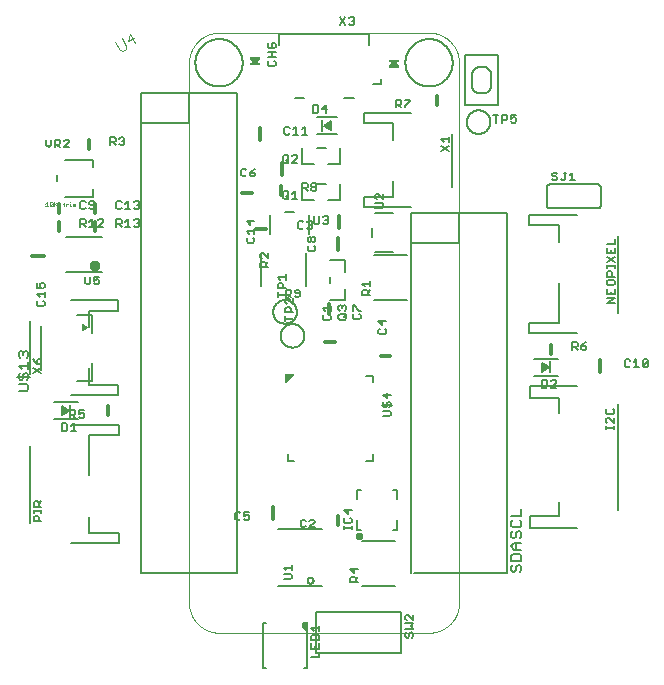
<source format=gbr>
G04 EAGLE Gerber RS-274X export*
G75*
%MOMM*%
%FSLAX34Y34*%
%LPD*%
%INSilkscreen Top*%
%IPPOS*%
%AMOC8*
5,1,8,0,0,1.08239X$1,22.5*%
G01*
%ADD10C,0.127000*%
%ADD11C,0.304800*%
%ADD12C,0.152400*%
%ADD13R,0.889000X0.190500*%
%ADD14C,0.203200*%
%ADD15C,0.000000*%
%ADD16C,0.609600*%
%ADD17C,0.050800*%
%ADD18R,0.200000X1.000000*%
%ADD19C,0.406400*%
%ADD20C,0.076200*%
%ADD21C,0.177800*%

G36*
X-32151Y4459D02*
X-32151Y4459D01*
X-32127Y4459D01*
X-32045Y4493D01*
X-31960Y4520D01*
X-31939Y4536D01*
X-31920Y4544D01*
X-31882Y4578D01*
X-31810Y4632D01*
X-25206Y11236D01*
X-25155Y11309D01*
X-25099Y11378D01*
X-25091Y11400D01*
X-25077Y11420D01*
X-25055Y11506D01*
X-25027Y11590D01*
X-25027Y11614D01*
X-25022Y11637D01*
X-25031Y11726D01*
X-25033Y11815D01*
X-25042Y11837D01*
X-25045Y11860D01*
X-25084Y11940D01*
X-25118Y12022D01*
X-25134Y12040D01*
X-25144Y12061D01*
X-25209Y12122D01*
X-25269Y12188D01*
X-25290Y12199D01*
X-25307Y12215D01*
X-25389Y12250D01*
X-25469Y12291D01*
X-25495Y12294D01*
X-25514Y12303D01*
X-25564Y12305D01*
X-25654Y12318D01*
X-32258Y12318D01*
X-32323Y12307D01*
X-32389Y12305D01*
X-32432Y12287D01*
X-32479Y12279D01*
X-32536Y12245D01*
X-32596Y12220D01*
X-32631Y12189D01*
X-32672Y12164D01*
X-32714Y12113D01*
X-32762Y12069D01*
X-32784Y12027D01*
X-32813Y11990D01*
X-32834Y11928D01*
X-32865Y11869D01*
X-32873Y11815D01*
X-32885Y11778D01*
X-32884Y11738D01*
X-32892Y11684D01*
X-32892Y5080D01*
X-32876Y4992D01*
X-32867Y4904D01*
X-32857Y4883D01*
X-32853Y4859D01*
X-32807Y4782D01*
X-32768Y4703D01*
X-32751Y4686D01*
X-32738Y4666D01*
X-32669Y4610D01*
X-32605Y4549D01*
X-32583Y4540D01*
X-32564Y4525D01*
X-32480Y4496D01*
X-32398Y4461D01*
X-32374Y4460D01*
X-32352Y4453D01*
X-32263Y4455D01*
X-32174Y4451D01*
X-32151Y4459D01*
G37*
G36*
X-58381Y273560D02*
X-58381Y273560D01*
X-58376Y273560D01*
X-58260Y273586D01*
X-58144Y273611D01*
X-58140Y273613D01*
X-58136Y273614D01*
X-58034Y273675D01*
X-57932Y273736D01*
X-57929Y273739D01*
X-57926Y273741D01*
X-57811Y273863D01*
X-54001Y278943D01*
X-53993Y278959D01*
X-53981Y278972D01*
X-53936Y279068D01*
X-53887Y279161D01*
X-53884Y279179D01*
X-53877Y279195D01*
X-53865Y279300D01*
X-53849Y279404D01*
X-53852Y279422D01*
X-53850Y279439D01*
X-53872Y279542D01*
X-53890Y279647D01*
X-53898Y279662D01*
X-53902Y279680D01*
X-53956Y279770D01*
X-54006Y279864D01*
X-54019Y279876D01*
X-54028Y279891D01*
X-54108Y279960D01*
X-54185Y280032D01*
X-54202Y280039D01*
X-54215Y280051D01*
X-54313Y280090D01*
X-54409Y280134D01*
X-54427Y280136D01*
X-54443Y280143D01*
X-54610Y280161D01*
X-62230Y280161D01*
X-62248Y280158D01*
X-62265Y280160D01*
X-62369Y280139D01*
X-62473Y280122D01*
X-62488Y280113D01*
X-62506Y280110D01*
X-62597Y280056D01*
X-62690Y280006D01*
X-62702Y279994D01*
X-62718Y279985D01*
X-62787Y279905D01*
X-62860Y279828D01*
X-62867Y279812D01*
X-62879Y279798D01*
X-62919Y279701D01*
X-62963Y279605D01*
X-62965Y279587D01*
X-62972Y279571D01*
X-62979Y279465D01*
X-62990Y279361D01*
X-62986Y279343D01*
X-62988Y279325D01*
X-62960Y279223D01*
X-62938Y279120D01*
X-62929Y279105D01*
X-62924Y279088D01*
X-62839Y278943D01*
X-59029Y273863D01*
X-59026Y273860D01*
X-59024Y273857D01*
X-58937Y273775D01*
X-58852Y273693D01*
X-58848Y273691D01*
X-58845Y273688D01*
X-58736Y273638D01*
X-58629Y273588D01*
X-58625Y273588D01*
X-58621Y273586D01*
X-58503Y273573D01*
X-58385Y273560D01*
X-58381Y273560D01*
G37*
G36*
X63118Y271242D02*
X63118Y271242D01*
X63135Y271240D01*
X63239Y271261D01*
X63343Y271279D01*
X63358Y271287D01*
X63376Y271291D01*
X63467Y271344D01*
X63560Y271394D01*
X63572Y271406D01*
X63588Y271416D01*
X63657Y271495D01*
X63730Y271572D01*
X63737Y271588D01*
X63749Y271602D01*
X63789Y271699D01*
X63833Y271795D01*
X63835Y271813D01*
X63842Y271829D01*
X63849Y271935D01*
X63860Y272039D01*
X63856Y272057D01*
X63858Y272075D01*
X63830Y272177D01*
X63808Y272280D01*
X63799Y272295D01*
X63794Y272312D01*
X63709Y272457D01*
X59899Y277537D01*
X59896Y277540D01*
X59894Y277544D01*
X59807Y277625D01*
X59722Y277707D01*
X59718Y277709D01*
X59715Y277712D01*
X59606Y277762D01*
X59499Y277812D01*
X59495Y277812D01*
X59491Y277814D01*
X59373Y277827D01*
X59255Y277840D01*
X59251Y277840D01*
X59246Y277840D01*
X59130Y277814D01*
X59014Y277790D01*
X59010Y277787D01*
X59006Y277786D01*
X58904Y277725D01*
X58802Y277665D01*
X58799Y277661D01*
X58796Y277659D01*
X58681Y277537D01*
X54871Y272457D01*
X54863Y272441D01*
X54851Y272428D01*
X54806Y272332D01*
X54757Y272239D01*
X54754Y272221D01*
X54747Y272205D01*
X54735Y272100D01*
X54719Y271996D01*
X54722Y271978D01*
X54720Y271961D01*
X54742Y271858D01*
X54760Y271753D01*
X54768Y271738D01*
X54772Y271720D01*
X54826Y271630D01*
X54876Y271537D01*
X54889Y271524D01*
X54898Y271509D01*
X54978Y271440D01*
X55055Y271368D01*
X55072Y271361D01*
X55085Y271349D01*
X55183Y271310D01*
X55279Y271266D01*
X55297Y271264D01*
X55313Y271257D01*
X55480Y271239D01*
X63100Y271239D01*
X63118Y271242D01*
G37*
G36*
X-13905Y-206998D02*
X-13905Y-206998D01*
X-13839Y-206996D01*
X-13817Y-206987D01*
X-13794Y-206984D01*
X-13773Y-206974D01*
X-13749Y-206970D01*
X-13693Y-206936D01*
X-13632Y-206911D01*
X-13614Y-206895D01*
X-13593Y-206885D01*
X-13576Y-206867D01*
X-13556Y-206855D01*
X-13515Y-206804D01*
X-13466Y-206760D01*
X-13455Y-206739D01*
X-13439Y-206722D01*
X-13430Y-206700D01*
X-13415Y-206681D01*
X-13394Y-206619D01*
X-13363Y-206560D01*
X-13360Y-206534D01*
X-13351Y-206515D01*
X-13350Y-206491D01*
X-13343Y-206469D01*
X-13344Y-206429D01*
X-13336Y-206375D01*
X-13336Y-198755D01*
X-13347Y-198690D01*
X-13349Y-198624D01*
X-13367Y-198581D01*
X-13375Y-198534D01*
X-13409Y-198477D01*
X-13434Y-198417D01*
X-13465Y-198382D01*
X-13490Y-198341D01*
X-13541Y-198300D01*
X-13585Y-198251D01*
X-13627Y-198229D01*
X-13664Y-198200D01*
X-13726Y-198179D01*
X-13785Y-198148D01*
X-13839Y-198140D01*
X-13876Y-198128D01*
X-13916Y-198129D01*
X-13970Y-198121D01*
X-17780Y-198121D01*
X-17845Y-198132D01*
X-17911Y-198134D01*
X-17954Y-198152D01*
X-18001Y-198160D01*
X-18058Y-198194D01*
X-18118Y-198219D01*
X-18153Y-198250D01*
X-18194Y-198275D01*
X-18236Y-198326D01*
X-18284Y-198370D01*
X-18306Y-198412D01*
X-18335Y-198449D01*
X-18356Y-198511D01*
X-18387Y-198570D01*
X-18395Y-198624D01*
X-18407Y-198661D01*
X-18407Y-198670D01*
X-18406Y-198702D01*
X-18414Y-198755D01*
X-18414Y-202565D01*
X-18407Y-202607D01*
X-18409Y-202649D01*
X-18397Y-202687D01*
X-18396Y-202700D01*
X-18385Y-202727D01*
X-18375Y-202786D01*
X-18353Y-202822D01*
X-18340Y-202863D01*
X-18318Y-202892D01*
X-18312Y-202908D01*
X-18285Y-202937D01*
X-18260Y-202979D01*
X-18244Y-202992D01*
X-18228Y-203013D01*
X-14418Y-206823D01*
X-14384Y-206848D01*
X-14355Y-206879D01*
X-14313Y-206901D01*
X-14276Y-206930D01*
X-14254Y-206938D01*
X-14234Y-206952D01*
X-14193Y-206962D01*
X-14155Y-206982D01*
X-14101Y-206990D01*
X-14064Y-207002D01*
X-14040Y-207002D01*
X-14017Y-207008D01*
X-13996Y-207005D01*
X-13970Y-207009D01*
X-13905Y-206998D01*
G37*
G36*
X4585Y219243D02*
X4585Y219243D01*
X4656Y219241D01*
X4725Y219259D01*
X4796Y219268D01*
X4862Y219295D01*
X4931Y219313D01*
X4992Y219350D01*
X5058Y219377D01*
X5114Y219422D01*
X5176Y219459D01*
X5225Y219510D01*
X5280Y219555D01*
X5321Y219614D01*
X5370Y219666D01*
X5403Y219729D01*
X5444Y219787D01*
X5467Y219855D01*
X5500Y219919D01*
X5510Y219978D01*
X5537Y220056D01*
X5543Y220175D01*
X5555Y220250D01*
X5555Y224250D01*
X5545Y224321D01*
X5545Y224393D01*
X5525Y224461D01*
X5515Y224532D01*
X5486Y224597D01*
X5466Y224666D01*
X5428Y224726D01*
X5399Y224791D01*
X5353Y224846D01*
X5315Y224906D01*
X5262Y224954D01*
X5216Y225008D01*
X5156Y225048D01*
X5102Y225095D01*
X5038Y225126D01*
X4979Y225166D01*
X4911Y225187D01*
X4846Y225218D01*
X4776Y225230D01*
X4708Y225251D01*
X4636Y225253D01*
X4566Y225265D01*
X4495Y225257D01*
X4424Y225259D01*
X4354Y225240D01*
X4283Y225232D01*
X4228Y225207D01*
X4149Y225187D01*
X4046Y225126D01*
X3977Y225095D01*
X977Y223095D01*
X890Y223018D01*
X800Y222945D01*
X785Y222923D01*
X765Y222905D01*
X703Y222808D01*
X636Y222713D01*
X628Y222687D01*
X613Y222665D01*
X581Y222554D01*
X543Y222444D01*
X542Y222417D01*
X535Y222392D01*
X535Y222276D01*
X529Y222160D01*
X535Y222134D01*
X535Y222107D01*
X567Y221996D01*
X593Y221883D01*
X606Y221860D01*
X614Y221834D01*
X676Y221736D01*
X732Y221635D01*
X750Y221619D01*
X765Y221594D01*
X973Y221409D01*
X977Y221405D01*
X3977Y219405D01*
X4041Y219374D01*
X4101Y219335D01*
X4169Y219313D01*
X4233Y219282D01*
X4304Y219270D01*
X4372Y219249D01*
X4443Y219247D01*
X4514Y219235D01*
X4585Y219243D01*
G37*
G36*
X186005Y14773D02*
X186005Y14773D01*
X186076Y14771D01*
X186146Y14790D01*
X186217Y14798D01*
X186272Y14823D01*
X186351Y14843D01*
X186454Y14904D01*
X186523Y14935D01*
X189523Y16935D01*
X189610Y17012D01*
X189700Y17085D01*
X189715Y17107D01*
X189735Y17125D01*
X189797Y17222D01*
X189864Y17317D01*
X189872Y17343D01*
X189887Y17365D01*
X189919Y17476D01*
X189957Y17586D01*
X189958Y17613D01*
X189965Y17638D01*
X189965Y17754D01*
X189971Y17870D01*
X189965Y17896D01*
X189965Y17923D01*
X189933Y18034D01*
X189907Y18147D01*
X189894Y18170D01*
X189886Y18196D01*
X189824Y18294D01*
X189768Y18395D01*
X189750Y18411D01*
X189735Y18436D01*
X189527Y18621D01*
X189523Y18625D01*
X186523Y20625D01*
X186459Y20656D01*
X186399Y20696D01*
X186331Y20717D01*
X186267Y20748D01*
X186196Y20760D01*
X186128Y20781D01*
X186057Y20783D01*
X185987Y20795D01*
X185915Y20787D01*
X185844Y20789D01*
X185775Y20771D01*
X185704Y20762D01*
X185638Y20735D01*
X185569Y20717D01*
X185508Y20680D01*
X185442Y20653D01*
X185386Y20608D01*
X185324Y20572D01*
X185275Y20520D01*
X185220Y20475D01*
X185179Y20417D01*
X185130Y20364D01*
X185097Y20301D01*
X185056Y20243D01*
X185033Y20175D01*
X185000Y20111D01*
X184990Y20052D01*
X184963Y19974D01*
X184957Y19855D01*
X184945Y19780D01*
X184945Y15780D01*
X184955Y15709D01*
X184955Y15637D01*
X184975Y15569D01*
X184985Y15499D01*
X185014Y15433D01*
X185034Y15364D01*
X185072Y15304D01*
X185101Y15239D01*
X185147Y15184D01*
X185185Y15124D01*
X185239Y15076D01*
X185285Y15022D01*
X185344Y14982D01*
X185398Y14935D01*
X185462Y14904D01*
X185521Y14865D01*
X185590Y14843D01*
X185654Y14812D01*
X185724Y14800D01*
X185792Y14779D01*
X185864Y14777D01*
X185935Y14765D01*
X186005Y14773D01*
G37*
G36*
X-220395Y-22057D02*
X-220395Y-22057D01*
X-220324Y-22059D01*
X-220254Y-22040D01*
X-220183Y-22032D01*
X-220128Y-22007D01*
X-220049Y-21987D01*
X-219946Y-21926D01*
X-219877Y-21895D01*
X-216877Y-19895D01*
X-216790Y-19818D01*
X-216700Y-19745D01*
X-216685Y-19723D01*
X-216665Y-19705D01*
X-216603Y-19608D01*
X-216536Y-19513D01*
X-216528Y-19487D01*
X-216513Y-19465D01*
X-216481Y-19354D01*
X-216443Y-19244D01*
X-216442Y-19217D01*
X-216435Y-19192D01*
X-216435Y-19076D01*
X-216429Y-18960D01*
X-216435Y-18934D01*
X-216435Y-18907D01*
X-216467Y-18796D01*
X-216493Y-18683D01*
X-216506Y-18660D01*
X-216514Y-18634D01*
X-216576Y-18536D01*
X-216632Y-18435D01*
X-216650Y-18419D01*
X-216665Y-18394D01*
X-216873Y-18209D01*
X-216877Y-18205D01*
X-219877Y-16205D01*
X-219941Y-16174D01*
X-220001Y-16135D01*
X-220069Y-16113D01*
X-220133Y-16082D01*
X-220204Y-16070D01*
X-220272Y-16049D01*
X-220343Y-16047D01*
X-220414Y-16035D01*
X-220485Y-16043D01*
X-220556Y-16041D01*
X-220625Y-16059D01*
X-220696Y-16068D01*
X-220762Y-16095D01*
X-220831Y-16113D01*
X-220892Y-16150D01*
X-220958Y-16177D01*
X-221014Y-16222D01*
X-221076Y-16259D01*
X-221125Y-16310D01*
X-221180Y-16355D01*
X-221221Y-16414D01*
X-221270Y-16466D01*
X-221303Y-16529D01*
X-221344Y-16587D01*
X-221367Y-16655D01*
X-221400Y-16719D01*
X-221410Y-16778D01*
X-221437Y-16856D01*
X-221443Y-16975D01*
X-221455Y-17050D01*
X-221455Y-21050D01*
X-221445Y-21121D01*
X-221445Y-21193D01*
X-221425Y-21261D01*
X-221415Y-21332D01*
X-221386Y-21397D01*
X-221366Y-21466D01*
X-221328Y-21526D01*
X-221299Y-21591D01*
X-221253Y-21646D01*
X-221215Y-21706D01*
X-221162Y-21754D01*
X-221116Y-21808D01*
X-221056Y-21848D01*
X-221002Y-21895D01*
X-220938Y-21926D01*
X-220879Y-21966D01*
X-220811Y-21987D01*
X-220746Y-22018D01*
X-220676Y-22030D01*
X-220608Y-22051D01*
X-220536Y-22053D01*
X-220466Y-22065D01*
X-220395Y-22057D01*
G37*
G36*
X-204125Y48177D02*
X-204125Y48177D01*
X-204039Y48179D01*
X-204015Y48189D01*
X-203988Y48192D01*
X-203868Y48249D01*
X-203832Y48264D01*
X-203826Y48269D01*
X-203818Y48272D01*
X-200008Y50812D01*
X-199981Y50839D01*
X-199950Y50857D01*
X-199927Y50886D01*
X-199890Y50914D01*
X-199872Y50944D01*
X-199846Y50968D01*
X-199826Y51009D01*
X-199809Y51031D01*
X-199800Y51059D01*
X-199771Y51104D01*
X-199764Y51139D01*
X-199749Y51170D01*
X-199744Y51223D01*
X-199737Y51243D01*
X-199738Y51266D01*
X-199726Y51324D01*
X-199731Y51359D01*
X-199728Y51393D01*
X-199743Y51451D01*
X-199744Y51468D01*
X-199751Y51484D01*
X-199760Y51546D01*
X-199777Y51576D01*
X-199786Y51610D01*
X-199822Y51661D01*
X-199828Y51675D01*
X-199839Y51687D01*
X-199869Y51742D01*
X-199899Y51768D01*
X-199916Y51793D01*
X-199955Y51819D01*
X-200008Y51868D01*
X-203818Y54408D01*
X-203843Y54418D01*
X-203864Y54435D01*
X-203934Y54459D01*
X-203976Y54481D01*
X-203991Y54483D01*
X-204024Y54497D01*
X-204051Y54499D01*
X-204076Y54507D01*
X-204142Y54505D01*
X-204161Y54508D01*
X-204170Y54508D01*
X-204183Y54506D01*
X-204248Y54509D01*
X-204274Y54501D01*
X-204301Y54501D01*
X-204371Y54472D01*
X-204391Y54469D01*
X-204403Y54461D01*
X-204462Y54443D01*
X-204484Y54426D01*
X-204508Y54416D01*
X-204562Y54368D01*
X-204584Y54354D01*
X-204596Y54340D01*
X-204640Y54306D01*
X-204654Y54283D01*
X-204674Y54265D01*
X-204704Y54207D01*
X-204725Y54180D01*
X-204734Y54156D01*
X-204759Y54116D01*
X-204764Y54089D01*
X-204777Y54065D01*
X-204786Y54000D01*
X-204797Y53968D01*
X-204796Y53934D01*
X-204804Y53896D01*
X-204803Y53889D01*
X-204804Y53880D01*
X-204804Y48800D01*
X-204800Y48774D01*
X-204802Y48747D01*
X-204780Y48664D01*
X-204765Y48579D01*
X-204751Y48556D01*
X-204744Y48530D01*
X-204694Y48460D01*
X-204650Y48386D01*
X-204630Y48369D01*
X-204614Y48347D01*
X-204543Y48299D01*
X-204476Y48245D01*
X-204451Y48236D01*
X-204429Y48221D01*
X-204345Y48200D01*
X-204264Y48173D01*
X-204237Y48174D01*
X-204211Y48167D01*
X-204125Y48177D01*
G37*
D10*
X159590Y-121131D02*
X158107Y-122614D01*
X158107Y-125580D01*
X159590Y-127063D01*
X161073Y-127063D01*
X162556Y-125580D01*
X162556Y-122614D01*
X164039Y-121131D01*
X165522Y-121131D01*
X167005Y-122614D01*
X167005Y-125580D01*
X165522Y-127063D01*
X158107Y-113259D02*
X159590Y-111776D01*
X158107Y-113259D02*
X158107Y-116225D01*
X159590Y-117708D01*
X165522Y-117708D01*
X167005Y-116225D01*
X167005Y-113259D01*
X165522Y-111776D01*
X167005Y-108352D02*
X158107Y-108352D01*
X167005Y-108352D02*
X167005Y-102421D01*
X159590Y-149706D02*
X158107Y-151189D01*
X158107Y-154155D01*
X159590Y-155638D01*
X161073Y-155638D01*
X162556Y-154155D01*
X162556Y-151189D01*
X164039Y-149706D01*
X165522Y-149706D01*
X167005Y-151189D01*
X167005Y-154155D01*
X165522Y-155638D01*
X167005Y-146283D02*
X158107Y-146283D01*
X167005Y-146283D02*
X167005Y-141834D01*
X165522Y-140351D01*
X159590Y-140351D01*
X158107Y-141834D01*
X158107Y-146283D01*
X161073Y-136927D02*
X167005Y-136927D01*
X161073Y-136927D02*
X158107Y-133962D01*
X161073Y-130996D01*
X167005Y-130996D01*
X162556Y-130996D02*
X162556Y-136927D01*
D11*
X4320Y63140D02*
X4320Y71140D01*
D12*
X24276Y61614D02*
X25378Y62715D01*
X24276Y61614D02*
X24276Y59410D01*
X25378Y58309D01*
X29784Y58309D01*
X30886Y59410D01*
X30886Y61614D01*
X29784Y62715D01*
X24276Y65793D02*
X24276Y70199D01*
X25378Y70199D01*
X29784Y65793D01*
X30886Y65793D01*
D11*
X12100Y117325D02*
X12100Y127485D01*
D12*
X-12870Y120698D02*
X-13972Y119597D01*
X-13972Y117394D01*
X-12870Y116292D01*
X-8464Y116292D01*
X-7362Y117394D01*
X-7362Y119597D01*
X-8464Y120698D01*
X-12870Y123776D02*
X-13972Y124878D01*
X-13972Y127081D01*
X-12870Y128183D01*
X-11768Y128183D01*
X-10667Y127081D01*
X-9565Y128183D01*
X-8464Y128183D01*
X-7362Y127081D01*
X-7362Y124878D01*
X-8464Y123776D01*
X-9565Y123776D01*
X-10667Y124878D01*
X-11768Y123776D01*
X-12870Y123776D01*
X-10667Y124878D02*
X-10667Y127081D01*
D13*
X59290Y276898D03*
D12*
X48368Y257522D02*
X41758Y257522D01*
X48368Y257522D02*
X48368Y261928D01*
D11*
X-61139Y165227D02*
X-69139Y165227D01*
D12*
X-64551Y127623D02*
X-65653Y126521D01*
X-65653Y124318D01*
X-64551Y123217D01*
X-60145Y123217D01*
X-59043Y124318D01*
X-59043Y126521D01*
X-60145Y127623D01*
X-63449Y130701D02*
X-65653Y132904D01*
X-59043Y132904D01*
X-59043Y130701D02*
X-59043Y135107D01*
X-59043Y141490D02*
X-65653Y141490D01*
X-62348Y138185D01*
X-62348Y142591D01*
D11*
X95250Y239840D02*
X95250Y247840D01*
D12*
X60724Y244354D02*
X60724Y237744D01*
X60724Y244354D02*
X64029Y244354D01*
X65130Y243252D01*
X65130Y241049D01*
X64029Y239947D01*
X60724Y239947D01*
X62927Y239947D02*
X65130Y237744D01*
X68208Y244354D02*
X72614Y244354D01*
X72614Y243252D01*
X68208Y238846D01*
X68208Y237744D01*
D10*
X119350Y239985D02*
X119350Y281985D01*
X147350Y281985D01*
X147350Y239985D01*
X119350Y239985D01*
X135350Y249985D02*
X135502Y249987D01*
X135654Y249993D01*
X135806Y250002D01*
X135957Y250016D01*
X136108Y250033D01*
X136259Y250054D01*
X136409Y250079D01*
X136558Y250108D01*
X136706Y250140D01*
X136854Y250177D01*
X137001Y250216D01*
X137146Y250260D01*
X137291Y250308D01*
X137434Y250358D01*
X137576Y250413D01*
X137716Y250471D01*
X137855Y250533D01*
X137992Y250598D01*
X138128Y250667D01*
X138262Y250739D01*
X138394Y250814D01*
X138524Y250893D01*
X138652Y250975D01*
X138778Y251060D01*
X138901Y251149D01*
X139023Y251240D01*
X139142Y251335D01*
X139258Y251432D01*
X139372Y251533D01*
X139484Y251636D01*
X139593Y251742D01*
X139699Y251851D01*
X139802Y251963D01*
X139903Y252077D01*
X140000Y252193D01*
X140095Y252312D01*
X140186Y252434D01*
X140275Y252557D01*
X140360Y252683D01*
X140442Y252811D01*
X140521Y252941D01*
X140596Y253073D01*
X140668Y253207D01*
X140737Y253343D01*
X140802Y253480D01*
X140864Y253619D01*
X140922Y253759D01*
X140977Y253901D01*
X141027Y254044D01*
X141075Y254189D01*
X141119Y254334D01*
X141158Y254481D01*
X141195Y254629D01*
X141227Y254777D01*
X141256Y254926D01*
X141281Y255076D01*
X141302Y255227D01*
X141319Y255378D01*
X141333Y255529D01*
X141342Y255681D01*
X141348Y255833D01*
X141350Y255985D01*
X135350Y249985D02*
X131350Y249985D01*
X131198Y249987D01*
X131046Y249993D01*
X130894Y250002D01*
X130743Y250016D01*
X130592Y250033D01*
X130441Y250054D01*
X130291Y250079D01*
X130142Y250108D01*
X129994Y250140D01*
X129846Y250177D01*
X129699Y250216D01*
X129554Y250260D01*
X129409Y250308D01*
X129266Y250358D01*
X129124Y250413D01*
X128984Y250471D01*
X128845Y250533D01*
X128708Y250598D01*
X128572Y250667D01*
X128438Y250739D01*
X128306Y250814D01*
X128176Y250893D01*
X128048Y250975D01*
X127922Y251060D01*
X127799Y251149D01*
X127677Y251240D01*
X127558Y251335D01*
X127442Y251432D01*
X127328Y251533D01*
X127216Y251636D01*
X127107Y251742D01*
X127001Y251851D01*
X126898Y251963D01*
X126797Y252077D01*
X126700Y252193D01*
X126605Y252312D01*
X126514Y252434D01*
X126425Y252557D01*
X126340Y252683D01*
X126258Y252811D01*
X126179Y252941D01*
X126104Y253073D01*
X126032Y253207D01*
X125963Y253343D01*
X125898Y253480D01*
X125836Y253619D01*
X125778Y253759D01*
X125723Y253901D01*
X125673Y254044D01*
X125625Y254189D01*
X125581Y254334D01*
X125542Y254481D01*
X125505Y254629D01*
X125473Y254777D01*
X125444Y254926D01*
X125419Y255076D01*
X125398Y255227D01*
X125381Y255378D01*
X125367Y255529D01*
X125358Y255681D01*
X125352Y255833D01*
X125350Y255985D01*
X125350Y265985D01*
X125352Y266137D01*
X125358Y266289D01*
X125367Y266441D01*
X125381Y266592D01*
X125398Y266743D01*
X125419Y266894D01*
X125444Y267044D01*
X125473Y267193D01*
X125505Y267341D01*
X125542Y267489D01*
X125581Y267636D01*
X125625Y267781D01*
X125673Y267926D01*
X125723Y268069D01*
X125778Y268211D01*
X125836Y268351D01*
X125898Y268490D01*
X125963Y268627D01*
X126032Y268763D01*
X126104Y268897D01*
X126179Y269029D01*
X126258Y269159D01*
X126340Y269287D01*
X126425Y269413D01*
X126514Y269536D01*
X126605Y269658D01*
X126700Y269777D01*
X126797Y269893D01*
X126898Y270007D01*
X127001Y270119D01*
X127107Y270228D01*
X127216Y270334D01*
X127328Y270437D01*
X127442Y270538D01*
X127558Y270635D01*
X127677Y270730D01*
X127799Y270821D01*
X127922Y270910D01*
X128048Y270995D01*
X128176Y271077D01*
X128306Y271156D01*
X128438Y271231D01*
X128572Y271303D01*
X128708Y271372D01*
X128845Y271437D01*
X128984Y271499D01*
X129124Y271557D01*
X129266Y271612D01*
X129409Y271662D01*
X129554Y271710D01*
X129699Y271754D01*
X129846Y271793D01*
X129994Y271830D01*
X130142Y271862D01*
X130291Y271891D01*
X130441Y271916D01*
X130592Y271937D01*
X130743Y271954D01*
X130894Y271968D01*
X131046Y271977D01*
X131198Y271983D01*
X131350Y271985D01*
X135350Y271985D01*
X135502Y271983D01*
X135654Y271977D01*
X135806Y271968D01*
X135957Y271954D01*
X136108Y271937D01*
X136259Y271916D01*
X136409Y271891D01*
X136558Y271862D01*
X136706Y271830D01*
X136854Y271793D01*
X137001Y271754D01*
X137146Y271710D01*
X137291Y271662D01*
X137434Y271612D01*
X137576Y271557D01*
X137716Y271499D01*
X137855Y271437D01*
X137992Y271372D01*
X138128Y271303D01*
X138262Y271231D01*
X138394Y271156D01*
X138524Y271077D01*
X138652Y270995D01*
X138778Y270910D01*
X138901Y270821D01*
X139023Y270730D01*
X139142Y270635D01*
X139258Y270538D01*
X139372Y270437D01*
X139484Y270334D01*
X139593Y270228D01*
X139699Y270119D01*
X139802Y270007D01*
X139903Y269893D01*
X140000Y269777D01*
X140095Y269658D01*
X140186Y269536D01*
X140275Y269413D01*
X140360Y269287D01*
X140442Y269159D01*
X140521Y269029D01*
X140596Y268897D01*
X140668Y268763D01*
X140737Y268627D01*
X140802Y268490D01*
X140864Y268351D01*
X140922Y268211D01*
X140977Y268069D01*
X141027Y267926D01*
X141075Y267781D01*
X141119Y267636D01*
X141158Y267489D01*
X141195Y267341D01*
X141227Y267193D01*
X141256Y267044D01*
X141281Y266894D01*
X141302Y266743D01*
X141319Y266592D01*
X141333Y266441D01*
X141342Y266289D01*
X141348Y266137D01*
X141350Y265985D01*
X141350Y255985D01*
D14*
X68900Y275590D02*
X68906Y276081D01*
X68924Y276571D01*
X68954Y277061D01*
X68996Y277550D01*
X69050Y278038D01*
X69116Y278525D01*
X69194Y279009D01*
X69284Y279492D01*
X69386Y279972D01*
X69499Y280450D01*
X69624Y280924D01*
X69761Y281396D01*
X69909Y281864D01*
X70069Y282328D01*
X70240Y282788D01*
X70422Y283244D01*
X70616Y283695D01*
X70820Y284141D01*
X71036Y284582D01*
X71262Y285018D01*
X71498Y285448D01*
X71745Y285872D01*
X72003Y286290D01*
X72271Y286701D01*
X72548Y287106D01*
X72836Y287504D01*
X73133Y287895D01*
X73440Y288278D01*
X73756Y288653D01*
X74081Y289021D01*
X74415Y289381D01*
X74758Y289732D01*
X75109Y290075D01*
X75469Y290409D01*
X75837Y290734D01*
X76212Y291050D01*
X76595Y291357D01*
X76986Y291654D01*
X77384Y291942D01*
X77789Y292219D01*
X78200Y292487D01*
X78618Y292745D01*
X79042Y292992D01*
X79472Y293228D01*
X79908Y293454D01*
X80349Y293670D01*
X80795Y293874D01*
X81246Y294068D01*
X81702Y294250D01*
X82162Y294421D01*
X82626Y294581D01*
X83094Y294729D01*
X83566Y294866D01*
X84040Y294991D01*
X84518Y295104D01*
X84998Y295206D01*
X85481Y295296D01*
X85965Y295374D01*
X86452Y295440D01*
X86940Y295494D01*
X87429Y295536D01*
X87919Y295566D01*
X88409Y295584D01*
X88900Y295590D01*
X89391Y295584D01*
X89881Y295566D01*
X90371Y295536D01*
X90860Y295494D01*
X91348Y295440D01*
X91835Y295374D01*
X92319Y295296D01*
X92802Y295206D01*
X93282Y295104D01*
X93760Y294991D01*
X94234Y294866D01*
X94706Y294729D01*
X95174Y294581D01*
X95638Y294421D01*
X96098Y294250D01*
X96554Y294068D01*
X97005Y293874D01*
X97451Y293670D01*
X97892Y293454D01*
X98328Y293228D01*
X98758Y292992D01*
X99182Y292745D01*
X99600Y292487D01*
X100011Y292219D01*
X100416Y291942D01*
X100814Y291654D01*
X101205Y291357D01*
X101588Y291050D01*
X101963Y290734D01*
X102331Y290409D01*
X102691Y290075D01*
X103042Y289732D01*
X103385Y289381D01*
X103719Y289021D01*
X104044Y288653D01*
X104360Y288278D01*
X104667Y287895D01*
X104964Y287504D01*
X105252Y287106D01*
X105529Y286701D01*
X105797Y286290D01*
X106055Y285872D01*
X106302Y285448D01*
X106538Y285018D01*
X106764Y284582D01*
X106980Y284141D01*
X107184Y283695D01*
X107378Y283244D01*
X107560Y282788D01*
X107731Y282328D01*
X107891Y281864D01*
X108039Y281396D01*
X108176Y280924D01*
X108301Y280450D01*
X108414Y279972D01*
X108516Y279492D01*
X108606Y279009D01*
X108684Y278525D01*
X108750Y278038D01*
X108804Y277550D01*
X108846Y277061D01*
X108876Y276571D01*
X108894Y276081D01*
X108900Y275590D01*
X108894Y275099D01*
X108876Y274609D01*
X108846Y274119D01*
X108804Y273630D01*
X108750Y273142D01*
X108684Y272655D01*
X108606Y272171D01*
X108516Y271688D01*
X108414Y271208D01*
X108301Y270730D01*
X108176Y270256D01*
X108039Y269784D01*
X107891Y269316D01*
X107731Y268852D01*
X107560Y268392D01*
X107378Y267936D01*
X107184Y267485D01*
X106980Y267039D01*
X106764Y266598D01*
X106538Y266162D01*
X106302Y265732D01*
X106055Y265308D01*
X105797Y264890D01*
X105529Y264479D01*
X105252Y264074D01*
X104964Y263676D01*
X104667Y263285D01*
X104360Y262902D01*
X104044Y262527D01*
X103719Y262159D01*
X103385Y261799D01*
X103042Y261448D01*
X102691Y261105D01*
X102331Y260771D01*
X101963Y260446D01*
X101588Y260130D01*
X101205Y259823D01*
X100814Y259526D01*
X100416Y259238D01*
X100011Y258961D01*
X99600Y258693D01*
X99182Y258435D01*
X98758Y258188D01*
X98328Y257952D01*
X97892Y257726D01*
X97451Y257510D01*
X97005Y257306D01*
X96554Y257112D01*
X96098Y256930D01*
X95638Y256759D01*
X95174Y256599D01*
X94706Y256451D01*
X94234Y256314D01*
X93760Y256189D01*
X93282Y256076D01*
X92802Y255974D01*
X92319Y255884D01*
X91835Y255806D01*
X91348Y255740D01*
X90860Y255686D01*
X90371Y255644D01*
X89881Y255614D01*
X89391Y255596D01*
X88900Y255590D01*
X88409Y255596D01*
X87919Y255614D01*
X87429Y255644D01*
X86940Y255686D01*
X86452Y255740D01*
X85965Y255806D01*
X85481Y255884D01*
X84998Y255974D01*
X84518Y256076D01*
X84040Y256189D01*
X83566Y256314D01*
X83094Y256451D01*
X82626Y256599D01*
X82162Y256759D01*
X81702Y256930D01*
X81246Y257112D01*
X80795Y257306D01*
X80349Y257510D01*
X79908Y257726D01*
X79472Y257952D01*
X79042Y258188D01*
X78618Y258435D01*
X78200Y258693D01*
X77789Y258961D01*
X77384Y259238D01*
X76986Y259526D01*
X76595Y259823D01*
X76212Y260130D01*
X75837Y260446D01*
X75469Y260771D01*
X75109Y261105D01*
X74758Y261448D01*
X74415Y261799D01*
X74081Y262159D01*
X73756Y262527D01*
X73440Y262902D01*
X73133Y263285D01*
X72836Y263676D01*
X72548Y264074D01*
X72271Y264479D01*
X72003Y264890D01*
X71745Y265308D01*
X71498Y265732D01*
X71262Y266162D01*
X71036Y266598D01*
X70820Y267039D01*
X70616Y267485D01*
X70422Y267936D01*
X70240Y268392D01*
X70069Y268852D01*
X69909Y269316D01*
X69761Y269784D01*
X69624Y270256D01*
X69499Y270730D01*
X69386Y271208D01*
X69284Y271688D01*
X69194Y272171D01*
X69116Y272655D01*
X69050Y273142D01*
X68996Y273630D01*
X68954Y274119D01*
X68924Y274609D01*
X68906Y275099D01*
X68900Y275590D01*
X-108900Y275590D02*
X-108894Y276081D01*
X-108876Y276571D01*
X-108846Y277061D01*
X-108804Y277550D01*
X-108750Y278038D01*
X-108684Y278525D01*
X-108606Y279009D01*
X-108516Y279492D01*
X-108414Y279972D01*
X-108301Y280450D01*
X-108176Y280924D01*
X-108039Y281396D01*
X-107891Y281864D01*
X-107731Y282328D01*
X-107560Y282788D01*
X-107378Y283244D01*
X-107184Y283695D01*
X-106980Y284141D01*
X-106764Y284582D01*
X-106538Y285018D01*
X-106302Y285448D01*
X-106055Y285872D01*
X-105797Y286290D01*
X-105529Y286701D01*
X-105252Y287106D01*
X-104964Y287504D01*
X-104667Y287895D01*
X-104360Y288278D01*
X-104044Y288653D01*
X-103719Y289021D01*
X-103385Y289381D01*
X-103042Y289732D01*
X-102691Y290075D01*
X-102331Y290409D01*
X-101963Y290734D01*
X-101588Y291050D01*
X-101205Y291357D01*
X-100814Y291654D01*
X-100416Y291942D01*
X-100011Y292219D01*
X-99600Y292487D01*
X-99182Y292745D01*
X-98758Y292992D01*
X-98328Y293228D01*
X-97892Y293454D01*
X-97451Y293670D01*
X-97005Y293874D01*
X-96554Y294068D01*
X-96098Y294250D01*
X-95638Y294421D01*
X-95174Y294581D01*
X-94706Y294729D01*
X-94234Y294866D01*
X-93760Y294991D01*
X-93282Y295104D01*
X-92802Y295206D01*
X-92319Y295296D01*
X-91835Y295374D01*
X-91348Y295440D01*
X-90860Y295494D01*
X-90371Y295536D01*
X-89881Y295566D01*
X-89391Y295584D01*
X-88900Y295590D01*
X-88409Y295584D01*
X-87919Y295566D01*
X-87429Y295536D01*
X-86940Y295494D01*
X-86452Y295440D01*
X-85965Y295374D01*
X-85481Y295296D01*
X-84998Y295206D01*
X-84518Y295104D01*
X-84040Y294991D01*
X-83566Y294866D01*
X-83094Y294729D01*
X-82626Y294581D01*
X-82162Y294421D01*
X-81702Y294250D01*
X-81246Y294068D01*
X-80795Y293874D01*
X-80349Y293670D01*
X-79908Y293454D01*
X-79472Y293228D01*
X-79042Y292992D01*
X-78618Y292745D01*
X-78200Y292487D01*
X-77789Y292219D01*
X-77384Y291942D01*
X-76986Y291654D01*
X-76595Y291357D01*
X-76212Y291050D01*
X-75837Y290734D01*
X-75469Y290409D01*
X-75109Y290075D01*
X-74758Y289732D01*
X-74415Y289381D01*
X-74081Y289021D01*
X-73756Y288653D01*
X-73440Y288278D01*
X-73133Y287895D01*
X-72836Y287504D01*
X-72548Y287106D01*
X-72271Y286701D01*
X-72003Y286290D01*
X-71745Y285872D01*
X-71498Y285448D01*
X-71262Y285018D01*
X-71036Y284582D01*
X-70820Y284141D01*
X-70616Y283695D01*
X-70422Y283244D01*
X-70240Y282788D01*
X-70069Y282328D01*
X-69909Y281864D01*
X-69761Y281396D01*
X-69624Y280924D01*
X-69499Y280450D01*
X-69386Y279972D01*
X-69284Y279492D01*
X-69194Y279009D01*
X-69116Y278525D01*
X-69050Y278038D01*
X-68996Y277550D01*
X-68954Y277061D01*
X-68924Y276571D01*
X-68906Y276081D01*
X-68900Y275590D01*
X-68906Y275099D01*
X-68924Y274609D01*
X-68954Y274119D01*
X-68996Y273630D01*
X-69050Y273142D01*
X-69116Y272655D01*
X-69194Y272171D01*
X-69284Y271688D01*
X-69386Y271208D01*
X-69499Y270730D01*
X-69624Y270256D01*
X-69761Y269784D01*
X-69909Y269316D01*
X-70069Y268852D01*
X-70240Y268392D01*
X-70422Y267936D01*
X-70616Y267485D01*
X-70820Y267039D01*
X-71036Y266598D01*
X-71262Y266162D01*
X-71498Y265732D01*
X-71745Y265308D01*
X-72003Y264890D01*
X-72271Y264479D01*
X-72548Y264074D01*
X-72836Y263676D01*
X-73133Y263285D01*
X-73440Y262902D01*
X-73756Y262527D01*
X-74081Y262159D01*
X-74415Y261799D01*
X-74758Y261448D01*
X-75109Y261105D01*
X-75469Y260771D01*
X-75837Y260446D01*
X-76212Y260130D01*
X-76595Y259823D01*
X-76986Y259526D01*
X-77384Y259238D01*
X-77789Y258961D01*
X-78200Y258693D01*
X-78618Y258435D01*
X-79042Y258188D01*
X-79472Y257952D01*
X-79908Y257726D01*
X-80349Y257510D01*
X-80795Y257306D01*
X-81246Y257112D01*
X-81702Y256930D01*
X-82162Y256759D01*
X-82626Y256599D01*
X-83094Y256451D01*
X-83566Y256314D01*
X-84040Y256189D01*
X-84518Y256076D01*
X-84998Y255974D01*
X-85481Y255884D01*
X-85965Y255806D01*
X-86452Y255740D01*
X-86940Y255686D01*
X-87429Y255644D01*
X-87919Y255614D01*
X-88409Y255596D01*
X-88900Y255590D01*
X-89391Y255596D01*
X-89881Y255614D01*
X-90371Y255644D01*
X-90860Y255686D01*
X-91348Y255740D01*
X-91835Y255806D01*
X-92319Y255884D01*
X-92802Y255974D01*
X-93282Y256076D01*
X-93760Y256189D01*
X-94234Y256314D01*
X-94706Y256451D01*
X-95174Y256599D01*
X-95638Y256759D01*
X-96098Y256930D01*
X-96554Y257112D01*
X-97005Y257306D01*
X-97451Y257510D01*
X-97892Y257726D01*
X-98328Y257952D01*
X-98758Y258188D01*
X-99182Y258435D01*
X-99600Y258693D01*
X-100011Y258961D01*
X-100416Y259238D01*
X-100814Y259526D01*
X-101205Y259823D01*
X-101588Y260130D01*
X-101963Y260446D01*
X-102331Y260771D01*
X-102691Y261105D01*
X-103042Y261448D01*
X-103385Y261799D01*
X-103719Y262159D01*
X-104044Y262527D01*
X-104360Y262902D01*
X-104667Y263285D01*
X-104964Y263676D01*
X-105252Y264074D01*
X-105529Y264479D01*
X-105797Y264890D01*
X-106055Y265308D01*
X-106302Y265732D01*
X-106538Y266162D01*
X-106764Y266598D01*
X-106980Y267039D01*
X-107184Y267485D01*
X-107378Y267936D01*
X-107560Y268392D01*
X-107731Y268852D01*
X-107891Y269316D01*
X-108039Y269784D01*
X-108176Y270256D01*
X-108301Y270730D01*
X-108414Y271208D01*
X-108516Y271688D01*
X-108606Y272171D01*
X-108684Y272655D01*
X-108750Y273142D01*
X-108804Y273630D01*
X-108846Y274119D01*
X-108876Y274609D01*
X-108894Y275099D01*
X-108900Y275590D01*
D10*
X17000Y245540D02*
X25000Y245540D01*
X-17000Y245540D02*
X-25000Y245540D01*
X38000Y290540D02*
X38000Y299540D01*
X-38000Y299540D01*
X-38000Y290540D01*
D12*
X13574Y314304D02*
X17980Y307694D01*
X13574Y307694D02*
X17980Y314304D01*
X21058Y313202D02*
X22159Y314304D01*
X24363Y314304D01*
X25464Y313202D01*
X25464Y312100D01*
X24363Y310999D01*
X23261Y310999D01*
X24363Y310999D02*
X25464Y309897D01*
X25464Y308796D01*
X24363Y307694D01*
X22159Y307694D01*
X21058Y308796D01*
D14*
X42800Y115580D02*
X58800Y115580D01*
X58800Y148580D02*
X42800Y148580D01*
X40300Y136080D02*
X40300Y128080D01*
D12*
X43428Y152622D02*
X48936Y152622D01*
X50038Y153724D01*
X50038Y155927D01*
X48936Y157028D01*
X43428Y157028D01*
X50038Y160106D02*
X50038Y164513D01*
X45632Y164513D02*
X50038Y160106D01*
X45632Y164513D02*
X44530Y164513D01*
X43428Y163411D01*
X43428Y161208D01*
X44530Y160106D01*
D14*
X108740Y170540D02*
X108740Y215540D01*
X73740Y153040D02*
X33740Y153040D01*
X33740Y161540D01*
X58740Y161540D01*
X58740Y175540D01*
X58740Y210540D02*
X58740Y224540D01*
X33740Y224540D01*
X33740Y233040D01*
X73740Y233040D01*
D12*
X99181Y201059D02*
X105791Y205465D01*
X105791Y201059D02*
X99181Y205465D01*
X101385Y208543D02*
X99181Y210746D01*
X105791Y210746D01*
X105791Y208543D02*
X105791Y212949D01*
D14*
X-45710Y146430D02*
X-45710Y130430D01*
X-12710Y130430D02*
X-12710Y146430D01*
X-25210Y148930D02*
X-33210Y148930D01*
D12*
X-8668Y145802D02*
X-8668Y140294D01*
X-7566Y139192D01*
X-5363Y139192D01*
X-4262Y140294D01*
X-4262Y145802D01*
X-1184Y144700D02*
X-82Y145802D01*
X2121Y145802D01*
X3223Y144700D01*
X3223Y143598D01*
X2121Y142497D01*
X1019Y142497D01*
X2121Y142497D02*
X3223Y141395D01*
X3223Y140294D01*
X2121Y139192D01*
X-82Y139192D01*
X-1184Y140294D01*
D13*
X-58420Y274503D03*
D12*
X-47504Y276254D02*
X-46402Y277356D01*
X-47504Y276254D02*
X-47504Y274051D01*
X-46402Y272950D01*
X-41996Y272950D01*
X-40894Y274051D01*
X-40894Y276254D01*
X-41996Y277356D01*
X-40894Y280434D02*
X-47504Y280434D01*
X-44199Y280434D02*
X-44199Y284840D01*
X-47504Y284840D02*
X-40894Y284840D01*
X-47504Y291223D02*
X-46402Y292324D01*
X-47504Y291223D02*
X-47504Y289019D01*
X-46402Y287918D01*
X-41996Y287918D01*
X-40894Y289019D01*
X-40894Y291223D01*
X-41996Y292324D01*
X-44199Y292324D01*
X-44199Y290121D01*
D11*
X-49340Y134620D02*
X-57340Y134620D01*
D12*
X-53854Y102634D02*
X-47244Y102634D01*
X-53854Y102634D02*
X-53854Y105939D01*
X-52752Y107040D01*
X-50549Y107040D01*
X-49447Y105939D01*
X-49447Y102634D01*
X-49447Y104837D02*
X-47244Y107040D01*
X-47244Y110118D02*
X-47244Y114524D01*
X-47244Y110118D02*
X-51650Y114524D01*
X-52752Y114524D01*
X-53854Y113423D01*
X-53854Y111219D01*
X-52752Y110118D01*
D11*
X12700Y135890D02*
X12700Y146050D01*
D12*
X-17420Y140382D02*
X-18522Y141484D01*
X-20725Y141484D01*
X-21826Y140382D01*
X-21826Y135976D01*
X-20725Y134874D01*
X-18522Y134874D01*
X-17420Y135976D01*
X-14342Y140382D02*
X-13241Y141484D01*
X-11037Y141484D01*
X-9936Y140382D01*
X-9936Y139280D01*
X-11037Y138179D01*
X-12139Y138179D01*
X-11037Y138179D02*
X-9936Y137077D01*
X-9936Y135976D01*
X-11037Y134874D01*
X-13241Y134874D01*
X-14342Y135976D01*
D11*
X-36830Y163640D02*
X-36830Y171640D01*
D12*
X-18288Y173742D02*
X-18288Y167132D01*
X-18288Y173742D02*
X-14983Y173742D01*
X-13882Y172640D01*
X-13882Y170437D01*
X-14983Y169335D01*
X-18288Y169335D01*
X-16085Y169335D02*
X-13882Y167132D01*
X-10804Y172640D02*
X-9702Y173742D01*
X-7499Y173742D01*
X-6397Y172640D01*
X-6397Y171538D01*
X-7499Y170437D01*
X-6397Y169335D01*
X-6397Y168234D01*
X-7499Y167132D01*
X-9702Y167132D01*
X-10804Y168234D01*
X-10804Y169335D01*
X-9702Y170437D01*
X-10804Y171538D01*
X-10804Y172640D01*
X-9702Y170437D02*
X-7499Y170437D01*
D10*
X41080Y10600D02*
X41080Y5100D01*
X41080Y10600D02*
X35580Y10600D01*
X41080Y-55900D02*
X41080Y-61400D01*
X35580Y-61400D01*
X-25420Y-61400D02*
X-30920Y-61400D01*
X-30920Y-55900D01*
D12*
X49836Y-23590D02*
X55344Y-23590D01*
X56446Y-22489D01*
X56446Y-20286D01*
X55344Y-19184D01*
X49836Y-19184D01*
X55344Y-16106D02*
X56446Y-15005D01*
X56446Y-12802D01*
X55344Y-11700D01*
X54243Y-11700D01*
X53141Y-12802D01*
X53141Y-15005D01*
X52040Y-16106D01*
X50938Y-16106D01*
X49836Y-15005D01*
X49836Y-12802D01*
X50938Y-11700D01*
X48735Y-13903D02*
X57548Y-13903D01*
X56446Y-5317D02*
X49836Y-5317D01*
X53141Y-8622D01*
X53141Y-4216D01*
D11*
X9080Y39370D02*
X1080Y39370D01*
D12*
X-1022Y61217D02*
X80Y62318D01*
X-1022Y61217D02*
X-1022Y59014D01*
X80Y57912D01*
X4486Y57912D01*
X5588Y59014D01*
X5588Y61217D01*
X4486Y62318D01*
X1182Y65396D02*
X-1022Y67599D01*
X5588Y67599D01*
X5588Y65396D02*
X5588Y69803D01*
D11*
X-43180Y-100330D02*
X-43180Y-110490D01*
D12*
X-70760Y-105998D02*
X-71862Y-104896D01*
X-74065Y-104896D01*
X-75166Y-105998D01*
X-75166Y-110404D01*
X-74065Y-111506D01*
X-71862Y-111506D01*
X-70760Y-110404D01*
X-67682Y-104896D02*
X-63276Y-104896D01*
X-67682Y-104896D02*
X-67682Y-108201D01*
X-65479Y-107100D01*
X-64377Y-107100D01*
X-63276Y-108201D01*
X-63276Y-110404D01*
X-64377Y-111506D01*
X-66581Y-111506D01*
X-67682Y-110404D01*
D14*
X-43020Y64770D02*
X-43017Y65015D01*
X-43008Y65261D01*
X-42993Y65506D01*
X-42972Y65750D01*
X-42945Y65994D01*
X-42912Y66237D01*
X-42873Y66480D01*
X-42828Y66721D01*
X-42777Y66961D01*
X-42720Y67200D01*
X-42658Y67437D01*
X-42589Y67673D01*
X-42515Y67907D01*
X-42435Y68139D01*
X-42350Y68369D01*
X-42259Y68597D01*
X-42162Y68822D01*
X-42060Y69046D01*
X-41952Y69266D01*
X-41839Y69484D01*
X-41721Y69699D01*
X-41597Y69911D01*
X-41469Y70120D01*
X-41335Y70326D01*
X-41196Y70528D01*
X-41052Y70727D01*
X-40903Y70922D01*
X-40750Y71114D01*
X-40592Y71302D01*
X-40430Y71486D01*
X-40262Y71665D01*
X-40091Y71841D01*
X-39915Y72012D01*
X-39736Y72180D01*
X-39552Y72342D01*
X-39364Y72500D01*
X-39172Y72653D01*
X-38977Y72802D01*
X-38778Y72946D01*
X-38576Y73085D01*
X-38370Y73219D01*
X-38161Y73347D01*
X-37949Y73471D01*
X-37734Y73589D01*
X-37516Y73702D01*
X-37296Y73810D01*
X-37072Y73912D01*
X-36847Y74009D01*
X-36619Y74100D01*
X-36389Y74185D01*
X-36157Y74265D01*
X-35923Y74339D01*
X-35687Y74408D01*
X-35450Y74470D01*
X-35211Y74527D01*
X-34971Y74578D01*
X-34730Y74623D01*
X-34487Y74662D01*
X-34244Y74695D01*
X-34000Y74722D01*
X-33756Y74743D01*
X-33511Y74758D01*
X-33265Y74767D01*
X-33020Y74770D01*
X-32775Y74767D01*
X-32529Y74758D01*
X-32284Y74743D01*
X-32040Y74722D01*
X-31796Y74695D01*
X-31553Y74662D01*
X-31310Y74623D01*
X-31069Y74578D01*
X-30829Y74527D01*
X-30590Y74470D01*
X-30353Y74408D01*
X-30117Y74339D01*
X-29883Y74265D01*
X-29651Y74185D01*
X-29421Y74100D01*
X-29193Y74009D01*
X-28968Y73912D01*
X-28744Y73810D01*
X-28524Y73702D01*
X-28306Y73589D01*
X-28091Y73471D01*
X-27879Y73347D01*
X-27670Y73219D01*
X-27464Y73085D01*
X-27262Y72946D01*
X-27063Y72802D01*
X-26868Y72653D01*
X-26676Y72500D01*
X-26488Y72342D01*
X-26304Y72180D01*
X-26125Y72012D01*
X-25949Y71841D01*
X-25778Y71665D01*
X-25610Y71486D01*
X-25448Y71302D01*
X-25290Y71114D01*
X-25137Y70922D01*
X-24988Y70727D01*
X-24844Y70528D01*
X-24705Y70326D01*
X-24571Y70120D01*
X-24443Y69911D01*
X-24319Y69699D01*
X-24201Y69484D01*
X-24088Y69266D01*
X-23980Y69046D01*
X-23878Y68822D01*
X-23781Y68597D01*
X-23690Y68369D01*
X-23605Y68139D01*
X-23525Y67907D01*
X-23451Y67673D01*
X-23382Y67437D01*
X-23320Y67200D01*
X-23263Y66961D01*
X-23212Y66721D01*
X-23167Y66480D01*
X-23128Y66237D01*
X-23095Y65994D01*
X-23068Y65750D01*
X-23047Y65506D01*
X-23032Y65261D01*
X-23023Y65015D01*
X-23020Y64770D01*
X-23023Y64525D01*
X-23032Y64279D01*
X-23047Y64034D01*
X-23068Y63790D01*
X-23095Y63546D01*
X-23128Y63303D01*
X-23167Y63060D01*
X-23212Y62819D01*
X-23263Y62579D01*
X-23320Y62340D01*
X-23382Y62103D01*
X-23451Y61867D01*
X-23525Y61633D01*
X-23605Y61401D01*
X-23690Y61171D01*
X-23781Y60943D01*
X-23878Y60718D01*
X-23980Y60494D01*
X-24088Y60274D01*
X-24201Y60056D01*
X-24319Y59841D01*
X-24443Y59629D01*
X-24571Y59420D01*
X-24705Y59214D01*
X-24844Y59012D01*
X-24988Y58813D01*
X-25137Y58618D01*
X-25290Y58426D01*
X-25448Y58238D01*
X-25610Y58054D01*
X-25778Y57875D01*
X-25949Y57699D01*
X-26125Y57528D01*
X-26304Y57360D01*
X-26488Y57198D01*
X-26676Y57040D01*
X-26868Y56887D01*
X-27063Y56738D01*
X-27262Y56594D01*
X-27464Y56455D01*
X-27670Y56321D01*
X-27879Y56193D01*
X-28091Y56069D01*
X-28306Y55951D01*
X-28524Y55838D01*
X-28744Y55730D01*
X-28968Y55628D01*
X-29193Y55531D01*
X-29421Y55440D01*
X-29651Y55355D01*
X-29883Y55275D01*
X-30117Y55201D01*
X-30353Y55132D01*
X-30590Y55070D01*
X-30829Y55013D01*
X-31069Y54962D01*
X-31310Y54917D01*
X-31553Y54878D01*
X-31796Y54845D01*
X-32040Y54818D01*
X-32284Y54797D01*
X-32529Y54782D01*
X-32775Y54773D01*
X-33020Y54770D01*
X-33265Y54773D01*
X-33511Y54782D01*
X-33756Y54797D01*
X-34000Y54818D01*
X-34244Y54845D01*
X-34487Y54878D01*
X-34730Y54917D01*
X-34971Y54962D01*
X-35211Y55013D01*
X-35450Y55070D01*
X-35687Y55132D01*
X-35923Y55201D01*
X-36157Y55275D01*
X-36389Y55355D01*
X-36619Y55440D01*
X-36847Y55531D01*
X-37072Y55628D01*
X-37296Y55730D01*
X-37516Y55838D01*
X-37734Y55951D01*
X-37949Y56069D01*
X-38161Y56193D01*
X-38370Y56321D01*
X-38576Y56455D01*
X-38778Y56594D01*
X-38977Y56738D01*
X-39172Y56887D01*
X-39364Y57040D01*
X-39552Y57198D01*
X-39736Y57360D01*
X-39915Y57528D01*
X-40091Y57699D01*
X-40262Y57875D01*
X-40430Y58054D01*
X-40592Y58238D01*
X-40750Y58426D01*
X-40903Y58618D01*
X-41052Y58813D01*
X-41196Y59012D01*
X-41335Y59214D01*
X-41469Y59420D01*
X-41597Y59629D01*
X-41721Y59841D01*
X-41839Y60056D01*
X-41952Y60274D01*
X-42060Y60494D01*
X-42162Y60718D01*
X-42259Y60943D01*
X-42350Y61171D01*
X-42435Y61401D01*
X-42515Y61633D01*
X-42589Y61867D01*
X-42658Y62103D01*
X-42720Y62340D01*
X-42777Y62579D01*
X-42828Y62819D01*
X-42873Y63060D01*
X-42912Y63303D01*
X-42945Y63546D01*
X-42972Y63790D01*
X-42993Y64034D01*
X-43008Y64279D01*
X-43017Y64525D01*
X-43020Y64770D01*
D12*
X-39122Y79165D02*
X-32512Y79165D01*
X-39122Y76962D02*
X-39122Y81368D01*
X-39122Y84446D02*
X-32512Y84446D01*
X-39122Y84446D02*
X-39122Y87751D01*
X-38020Y88853D01*
X-35817Y88853D01*
X-34715Y87751D01*
X-34715Y84446D01*
X-36918Y91930D02*
X-39122Y94134D01*
X-32512Y94134D01*
X-32512Y96337D02*
X-32512Y91930D01*
D14*
X-36670Y44450D02*
X-36667Y44695D01*
X-36658Y44941D01*
X-36643Y45186D01*
X-36622Y45430D01*
X-36595Y45674D01*
X-36562Y45917D01*
X-36523Y46160D01*
X-36478Y46401D01*
X-36427Y46641D01*
X-36370Y46880D01*
X-36308Y47117D01*
X-36239Y47353D01*
X-36165Y47587D01*
X-36085Y47819D01*
X-36000Y48049D01*
X-35909Y48277D01*
X-35812Y48502D01*
X-35710Y48726D01*
X-35602Y48946D01*
X-35489Y49164D01*
X-35371Y49379D01*
X-35247Y49591D01*
X-35119Y49800D01*
X-34985Y50006D01*
X-34846Y50208D01*
X-34702Y50407D01*
X-34553Y50602D01*
X-34400Y50794D01*
X-34242Y50982D01*
X-34080Y51166D01*
X-33912Y51345D01*
X-33741Y51521D01*
X-33565Y51692D01*
X-33386Y51860D01*
X-33202Y52022D01*
X-33014Y52180D01*
X-32822Y52333D01*
X-32627Y52482D01*
X-32428Y52626D01*
X-32226Y52765D01*
X-32020Y52899D01*
X-31811Y53027D01*
X-31599Y53151D01*
X-31384Y53269D01*
X-31166Y53382D01*
X-30946Y53490D01*
X-30722Y53592D01*
X-30497Y53689D01*
X-30269Y53780D01*
X-30039Y53865D01*
X-29807Y53945D01*
X-29573Y54019D01*
X-29337Y54088D01*
X-29100Y54150D01*
X-28861Y54207D01*
X-28621Y54258D01*
X-28380Y54303D01*
X-28137Y54342D01*
X-27894Y54375D01*
X-27650Y54402D01*
X-27406Y54423D01*
X-27161Y54438D01*
X-26915Y54447D01*
X-26670Y54450D01*
X-26425Y54447D01*
X-26179Y54438D01*
X-25934Y54423D01*
X-25690Y54402D01*
X-25446Y54375D01*
X-25203Y54342D01*
X-24960Y54303D01*
X-24719Y54258D01*
X-24479Y54207D01*
X-24240Y54150D01*
X-24003Y54088D01*
X-23767Y54019D01*
X-23533Y53945D01*
X-23301Y53865D01*
X-23071Y53780D01*
X-22843Y53689D01*
X-22618Y53592D01*
X-22394Y53490D01*
X-22174Y53382D01*
X-21956Y53269D01*
X-21741Y53151D01*
X-21529Y53027D01*
X-21320Y52899D01*
X-21114Y52765D01*
X-20912Y52626D01*
X-20713Y52482D01*
X-20518Y52333D01*
X-20326Y52180D01*
X-20138Y52022D01*
X-19954Y51860D01*
X-19775Y51692D01*
X-19599Y51521D01*
X-19428Y51345D01*
X-19260Y51166D01*
X-19098Y50982D01*
X-18940Y50794D01*
X-18787Y50602D01*
X-18638Y50407D01*
X-18494Y50208D01*
X-18355Y50006D01*
X-18221Y49800D01*
X-18093Y49591D01*
X-17969Y49379D01*
X-17851Y49164D01*
X-17738Y48946D01*
X-17630Y48726D01*
X-17528Y48502D01*
X-17431Y48277D01*
X-17340Y48049D01*
X-17255Y47819D01*
X-17175Y47587D01*
X-17101Y47353D01*
X-17032Y47117D01*
X-16970Y46880D01*
X-16913Y46641D01*
X-16862Y46401D01*
X-16817Y46160D01*
X-16778Y45917D01*
X-16745Y45674D01*
X-16718Y45430D01*
X-16697Y45186D01*
X-16682Y44941D01*
X-16673Y44695D01*
X-16670Y44450D01*
X-16673Y44205D01*
X-16682Y43959D01*
X-16697Y43714D01*
X-16718Y43470D01*
X-16745Y43226D01*
X-16778Y42983D01*
X-16817Y42740D01*
X-16862Y42499D01*
X-16913Y42259D01*
X-16970Y42020D01*
X-17032Y41783D01*
X-17101Y41547D01*
X-17175Y41313D01*
X-17255Y41081D01*
X-17340Y40851D01*
X-17431Y40623D01*
X-17528Y40398D01*
X-17630Y40174D01*
X-17738Y39954D01*
X-17851Y39736D01*
X-17969Y39521D01*
X-18093Y39309D01*
X-18221Y39100D01*
X-18355Y38894D01*
X-18494Y38692D01*
X-18638Y38493D01*
X-18787Y38298D01*
X-18940Y38106D01*
X-19098Y37918D01*
X-19260Y37734D01*
X-19428Y37555D01*
X-19599Y37379D01*
X-19775Y37208D01*
X-19954Y37040D01*
X-20138Y36878D01*
X-20326Y36720D01*
X-20518Y36567D01*
X-20713Y36418D01*
X-20912Y36274D01*
X-21114Y36135D01*
X-21320Y36001D01*
X-21529Y35873D01*
X-21741Y35749D01*
X-21956Y35631D01*
X-22174Y35518D01*
X-22394Y35410D01*
X-22618Y35308D01*
X-22843Y35211D01*
X-23071Y35120D01*
X-23301Y35035D01*
X-23533Y34955D01*
X-23767Y34881D01*
X-24003Y34812D01*
X-24240Y34750D01*
X-24479Y34693D01*
X-24719Y34642D01*
X-24960Y34597D01*
X-25203Y34558D01*
X-25446Y34525D01*
X-25690Y34498D01*
X-25934Y34477D01*
X-26179Y34462D01*
X-26425Y34453D01*
X-26670Y34450D01*
X-26915Y34453D01*
X-27161Y34462D01*
X-27406Y34477D01*
X-27650Y34498D01*
X-27894Y34525D01*
X-28137Y34558D01*
X-28380Y34597D01*
X-28621Y34642D01*
X-28861Y34693D01*
X-29100Y34750D01*
X-29337Y34812D01*
X-29573Y34881D01*
X-29807Y34955D01*
X-30039Y35035D01*
X-30269Y35120D01*
X-30497Y35211D01*
X-30722Y35308D01*
X-30946Y35410D01*
X-31166Y35518D01*
X-31384Y35631D01*
X-31599Y35749D01*
X-31811Y35873D01*
X-32020Y36001D01*
X-32226Y36135D01*
X-32428Y36274D01*
X-32627Y36418D01*
X-32822Y36567D01*
X-33014Y36720D01*
X-33202Y36878D01*
X-33386Y37040D01*
X-33565Y37208D01*
X-33741Y37379D01*
X-33912Y37555D01*
X-34080Y37734D01*
X-34242Y37918D01*
X-34400Y38106D01*
X-34553Y38298D01*
X-34702Y38493D01*
X-34846Y38692D01*
X-34985Y38894D01*
X-35119Y39100D01*
X-35247Y39309D01*
X-35371Y39521D01*
X-35489Y39736D01*
X-35602Y39954D01*
X-35710Y40174D01*
X-35812Y40398D01*
X-35909Y40623D01*
X-36000Y40851D01*
X-36085Y41081D01*
X-36165Y41313D01*
X-36239Y41547D01*
X-36308Y41783D01*
X-36370Y42020D01*
X-36427Y42259D01*
X-36478Y42499D01*
X-36523Y42740D01*
X-36562Y42983D01*
X-36595Y43226D01*
X-36622Y43470D01*
X-36643Y43714D01*
X-36658Y43959D01*
X-36667Y44205D01*
X-36670Y44450D01*
D12*
X-32772Y58845D02*
X-26162Y58845D01*
X-32772Y56642D02*
X-32772Y61048D01*
X-32772Y64126D02*
X-26162Y64126D01*
X-32772Y64126D02*
X-32772Y67431D01*
X-31670Y68533D01*
X-29467Y68533D01*
X-28365Y67431D01*
X-28365Y64126D01*
X-26162Y71610D02*
X-26162Y76017D01*
X-30568Y76017D02*
X-26162Y71610D01*
X-30568Y76017D02*
X-31670Y76017D01*
X-32772Y74915D01*
X-32772Y72712D01*
X-31670Y71610D01*
D10*
X-17020Y-198805D02*
X-14020Y-198805D01*
X-14020Y-236805D01*
X-17020Y-236805D01*
X-49020Y-198805D02*
X-52020Y-198805D01*
X-52020Y-236805D01*
X-49020Y-236805D01*
D12*
X-10674Y-227930D02*
X-4064Y-227930D01*
X-4064Y-223523D01*
X-10674Y-220445D02*
X-10674Y-216039D01*
X-10674Y-220445D02*
X-4064Y-220445D01*
X-4064Y-216039D01*
X-7369Y-218242D02*
X-7369Y-220445D01*
X-10674Y-212961D02*
X-4064Y-212961D01*
X-4064Y-209657D01*
X-5166Y-208555D01*
X-9572Y-208555D01*
X-10674Y-209657D01*
X-10674Y-212961D01*
X-8470Y-205477D02*
X-10674Y-203274D01*
X-4064Y-203274D01*
X-4064Y-205477D02*
X-4064Y-201071D01*
D14*
X-1320Y-167510D02*
X-39320Y-167510D01*
X-39320Y-119510D02*
X-1320Y-119510D01*
X-13970Y-162814D02*
X-13968Y-162714D01*
X-13962Y-162613D01*
X-13952Y-162514D01*
X-13938Y-162414D01*
X-13921Y-162315D01*
X-13899Y-162217D01*
X-13873Y-162120D01*
X-13844Y-162024D01*
X-13811Y-161930D01*
X-13774Y-161836D01*
X-13734Y-161744D01*
X-13690Y-161654D01*
X-13642Y-161566D01*
X-13591Y-161479D01*
X-13537Y-161395D01*
X-13479Y-161313D01*
X-13418Y-161233D01*
X-13354Y-161156D01*
X-13287Y-161081D01*
X-13217Y-161009D01*
X-13144Y-160940D01*
X-13069Y-160874D01*
X-12991Y-160810D01*
X-12911Y-160750D01*
X-12828Y-160693D01*
X-12743Y-160640D01*
X-12656Y-160590D01*
X-12567Y-160543D01*
X-12477Y-160500D01*
X-12385Y-160460D01*
X-12291Y-160424D01*
X-12196Y-160392D01*
X-12100Y-160364D01*
X-12002Y-160339D01*
X-11904Y-160319D01*
X-11805Y-160302D01*
X-11705Y-160289D01*
X-11606Y-160280D01*
X-11505Y-160275D01*
X-11405Y-160274D01*
X-11305Y-160277D01*
X-11204Y-160284D01*
X-11105Y-160295D01*
X-11005Y-160310D01*
X-10907Y-160328D01*
X-10809Y-160351D01*
X-10712Y-160378D01*
X-10617Y-160408D01*
X-10522Y-160442D01*
X-10429Y-160480D01*
X-10338Y-160521D01*
X-10248Y-160566D01*
X-10160Y-160614D01*
X-10074Y-160666D01*
X-9990Y-160721D01*
X-9909Y-160780D01*
X-9830Y-160842D01*
X-9753Y-160906D01*
X-9679Y-160974D01*
X-9608Y-161045D01*
X-9539Y-161118D01*
X-9474Y-161194D01*
X-9411Y-161273D01*
X-9352Y-161354D01*
X-9296Y-161437D01*
X-9243Y-161522D01*
X-9194Y-161610D01*
X-9148Y-161699D01*
X-9106Y-161790D01*
X-9067Y-161883D01*
X-9032Y-161977D01*
X-9001Y-162072D01*
X-8973Y-162169D01*
X-8950Y-162266D01*
X-8930Y-162365D01*
X-8914Y-162464D01*
X-8902Y-162563D01*
X-8894Y-162664D01*
X-8890Y-162764D01*
X-8890Y-162864D01*
X-8894Y-162964D01*
X-8902Y-163065D01*
X-8914Y-163164D01*
X-8930Y-163263D01*
X-8950Y-163362D01*
X-8973Y-163459D01*
X-9001Y-163556D01*
X-9032Y-163651D01*
X-9067Y-163745D01*
X-9106Y-163838D01*
X-9148Y-163929D01*
X-9194Y-164018D01*
X-9243Y-164106D01*
X-9296Y-164191D01*
X-9352Y-164274D01*
X-9411Y-164355D01*
X-9474Y-164434D01*
X-9539Y-164510D01*
X-9608Y-164583D01*
X-9679Y-164654D01*
X-9753Y-164722D01*
X-9830Y-164786D01*
X-9909Y-164848D01*
X-9990Y-164907D01*
X-10074Y-164962D01*
X-10160Y-165014D01*
X-10248Y-165062D01*
X-10338Y-165107D01*
X-10429Y-165148D01*
X-10522Y-165186D01*
X-10617Y-165220D01*
X-10712Y-165250D01*
X-10809Y-165277D01*
X-10907Y-165300D01*
X-11005Y-165318D01*
X-11105Y-165333D01*
X-11204Y-165344D01*
X-11305Y-165351D01*
X-11405Y-165354D01*
X-11505Y-165353D01*
X-11606Y-165348D01*
X-11705Y-165339D01*
X-11805Y-165326D01*
X-11904Y-165309D01*
X-12002Y-165289D01*
X-12100Y-165264D01*
X-12196Y-165236D01*
X-12291Y-165204D01*
X-12385Y-165168D01*
X-12477Y-165128D01*
X-12567Y-165085D01*
X-12656Y-165038D01*
X-12743Y-164988D01*
X-12828Y-164935D01*
X-12911Y-164878D01*
X-12991Y-164818D01*
X-13069Y-164754D01*
X-13144Y-164688D01*
X-13217Y-164619D01*
X-13287Y-164547D01*
X-13354Y-164472D01*
X-13418Y-164395D01*
X-13479Y-164315D01*
X-13537Y-164233D01*
X-13591Y-164149D01*
X-13642Y-164062D01*
X-13690Y-163974D01*
X-13734Y-163884D01*
X-13774Y-163792D01*
X-13811Y-163698D01*
X-13844Y-163604D01*
X-13873Y-163508D01*
X-13899Y-163411D01*
X-13921Y-163313D01*
X-13938Y-163214D01*
X-13952Y-163114D01*
X-13962Y-163015D01*
X-13968Y-162914D01*
X-13970Y-162814D01*
D12*
X-28534Y-161798D02*
X-34042Y-161798D01*
X-28534Y-161798D02*
X-27432Y-160696D01*
X-27432Y-158493D01*
X-28534Y-157392D01*
X-34042Y-157392D01*
X-31838Y-154314D02*
X-34042Y-152111D01*
X-27432Y-152111D01*
X-27432Y-154314D02*
X-27432Y-149907D01*
D15*
X-114300Y-181610D02*
X-114300Y275590D01*
X-114300Y-181610D02*
X-114293Y-182224D01*
X-114270Y-182837D01*
X-114233Y-183450D01*
X-114181Y-184061D01*
X-114115Y-184672D01*
X-114033Y-185280D01*
X-113937Y-185886D01*
X-113827Y-186490D01*
X-113702Y-187091D01*
X-113562Y-187689D01*
X-113408Y-188283D01*
X-113239Y-188873D01*
X-113057Y-189459D01*
X-112860Y-190040D01*
X-112649Y-190617D01*
X-112425Y-191188D01*
X-112187Y-191754D01*
X-111935Y-192314D01*
X-111669Y-192867D01*
X-111391Y-193414D01*
X-111099Y-193954D01*
X-110794Y-194487D01*
X-110476Y-195012D01*
X-110146Y-195530D01*
X-109804Y-196039D01*
X-109449Y-196540D01*
X-109082Y-197032D01*
X-108704Y-197515D01*
X-108314Y-197989D01*
X-107912Y-198453D01*
X-107500Y-198908D01*
X-107076Y-199352D01*
X-106642Y-199786D01*
X-106198Y-200210D01*
X-105743Y-200622D01*
X-105279Y-201024D01*
X-104805Y-201414D01*
X-104322Y-201792D01*
X-103830Y-202159D01*
X-103329Y-202514D01*
X-102820Y-202856D01*
X-102302Y-203186D01*
X-101777Y-203504D01*
X-101244Y-203809D01*
X-100704Y-204101D01*
X-100157Y-204379D01*
X-99604Y-204645D01*
X-99044Y-204897D01*
X-98478Y-205135D01*
X-97907Y-205359D01*
X-97330Y-205570D01*
X-96749Y-205767D01*
X-96163Y-205949D01*
X-95573Y-206118D01*
X-94979Y-206272D01*
X-94381Y-206412D01*
X-93780Y-206537D01*
X-93176Y-206647D01*
X-92570Y-206743D01*
X-91962Y-206825D01*
X-91351Y-206891D01*
X-90740Y-206943D01*
X-90127Y-206980D01*
X-89514Y-207003D01*
X-88900Y-207010D01*
X88900Y-207010D01*
X89514Y-207003D01*
X90127Y-206980D01*
X90740Y-206943D01*
X91351Y-206891D01*
X91962Y-206825D01*
X92570Y-206743D01*
X93176Y-206647D01*
X93780Y-206537D01*
X94381Y-206412D01*
X94979Y-206272D01*
X95573Y-206118D01*
X96163Y-205949D01*
X96749Y-205767D01*
X97330Y-205570D01*
X97907Y-205359D01*
X98478Y-205135D01*
X99044Y-204897D01*
X99604Y-204645D01*
X100157Y-204379D01*
X100704Y-204101D01*
X101244Y-203809D01*
X101777Y-203504D01*
X102302Y-203186D01*
X102820Y-202856D01*
X103329Y-202514D01*
X103830Y-202159D01*
X104322Y-201792D01*
X104805Y-201414D01*
X105279Y-201024D01*
X105743Y-200622D01*
X106198Y-200210D01*
X106642Y-199786D01*
X107076Y-199352D01*
X107500Y-198908D01*
X107912Y-198453D01*
X108314Y-197989D01*
X108704Y-197515D01*
X109082Y-197032D01*
X109449Y-196540D01*
X109804Y-196039D01*
X110146Y-195530D01*
X110476Y-195012D01*
X110794Y-194487D01*
X111099Y-193954D01*
X111391Y-193414D01*
X111669Y-192867D01*
X111935Y-192314D01*
X112187Y-191754D01*
X112425Y-191188D01*
X112649Y-190617D01*
X112860Y-190040D01*
X113057Y-189459D01*
X113239Y-188873D01*
X113408Y-188283D01*
X113562Y-187689D01*
X113702Y-187091D01*
X113827Y-186490D01*
X113937Y-185886D01*
X114033Y-185280D01*
X114115Y-184672D01*
X114181Y-184061D01*
X114233Y-183450D01*
X114270Y-182837D01*
X114293Y-182224D01*
X114300Y-181610D01*
X114300Y-156210D01*
X114300Y275590D01*
X114293Y276204D01*
X114270Y276817D01*
X114233Y277430D01*
X114181Y278041D01*
X114115Y278652D01*
X114033Y279260D01*
X113937Y279866D01*
X113827Y280470D01*
X113702Y281071D01*
X113562Y281669D01*
X113408Y282263D01*
X113239Y282853D01*
X113057Y283439D01*
X112860Y284020D01*
X112649Y284597D01*
X112425Y285168D01*
X112187Y285734D01*
X111935Y286294D01*
X111669Y286847D01*
X111391Y287394D01*
X111099Y287934D01*
X110794Y288467D01*
X110476Y288992D01*
X110146Y289510D01*
X109804Y290019D01*
X109449Y290520D01*
X109082Y291012D01*
X108704Y291495D01*
X108314Y291969D01*
X107912Y292433D01*
X107500Y292888D01*
X107076Y293332D01*
X106642Y293766D01*
X106198Y294190D01*
X105743Y294602D01*
X105279Y295004D01*
X104805Y295394D01*
X104322Y295772D01*
X103830Y296139D01*
X103329Y296494D01*
X102820Y296836D01*
X102302Y297166D01*
X101777Y297484D01*
X101244Y297789D01*
X100704Y298081D01*
X100157Y298359D01*
X99604Y298625D01*
X99044Y298877D01*
X98478Y299115D01*
X97907Y299339D01*
X97330Y299550D01*
X96749Y299747D01*
X96163Y299929D01*
X95573Y300098D01*
X94979Y300252D01*
X94381Y300392D01*
X93780Y300517D01*
X93176Y300627D01*
X92570Y300723D01*
X91962Y300805D01*
X91351Y300871D01*
X90740Y300923D01*
X90127Y300960D01*
X89514Y300983D01*
X88900Y300990D01*
X-88900Y300990D01*
X-89514Y300983D01*
X-90127Y300960D01*
X-90740Y300923D01*
X-91351Y300871D01*
X-91962Y300805D01*
X-92570Y300723D01*
X-93176Y300627D01*
X-93780Y300517D01*
X-94381Y300392D01*
X-94979Y300252D01*
X-95573Y300098D01*
X-96163Y299929D01*
X-96749Y299747D01*
X-97330Y299550D01*
X-97907Y299339D01*
X-98478Y299115D01*
X-99044Y298877D01*
X-99604Y298625D01*
X-100157Y298359D01*
X-100704Y298081D01*
X-101244Y297789D01*
X-101777Y297484D01*
X-102302Y297166D01*
X-102820Y296836D01*
X-103329Y296494D01*
X-103830Y296139D01*
X-104322Y295772D01*
X-104805Y295394D01*
X-105279Y295004D01*
X-105743Y294602D01*
X-106198Y294190D01*
X-106642Y293766D01*
X-107076Y293332D01*
X-107500Y292888D01*
X-107912Y292433D01*
X-108314Y291969D01*
X-108704Y291495D01*
X-109082Y291012D01*
X-109449Y290520D01*
X-109804Y290019D01*
X-110146Y289510D01*
X-110476Y288992D01*
X-110794Y288467D01*
X-111099Y287934D01*
X-111391Y287394D01*
X-111669Y286847D01*
X-111935Y286294D01*
X-112187Y285734D01*
X-112425Y285168D01*
X-112649Y284597D01*
X-112860Y284020D01*
X-113057Y283439D01*
X-113239Y282853D01*
X-113408Y282263D01*
X-113562Y281669D01*
X-113702Y281071D01*
X-113827Y280470D01*
X-113937Y279866D01*
X-114033Y279260D01*
X-114115Y278652D01*
X-114181Y278041D01*
X-114233Y277430D01*
X-114270Y276817D01*
X-114293Y276204D01*
X-114300Y275590D01*
D14*
X-114300Y250190D02*
X-154940Y250190D01*
X-114300Y250190D02*
X-73660Y250190D01*
X-73660Y-156210D01*
X-154940Y-156210D02*
X-154940Y224790D01*
X-154940Y250190D01*
X-154940Y-156210D02*
X-73660Y-156210D01*
X-114300Y224790D02*
X-114300Y250190D01*
X-114300Y224790D02*
X-154940Y224790D01*
X73660Y148590D02*
X114300Y148590D01*
X154940Y148590D01*
X154940Y-156210D01*
X73660Y-156210D02*
X73660Y123190D01*
X73660Y148590D01*
X114300Y148590D02*
X114300Y123190D01*
X73660Y123190D01*
X114300Y-156210D02*
X154940Y-156210D01*
X114300Y-156210D02*
X76200Y-156210D01*
D11*
X233680Y13335D02*
X233680Y23495D01*
D12*
X258067Y24517D02*
X259168Y23415D01*
X258067Y24517D02*
X255864Y24517D01*
X254762Y23415D01*
X254762Y19009D01*
X255864Y17907D01*
X258067Y17907D01*
X259168Y19009D01*
X262246Y22313D02*
X264449Y24517D01*
X264449Y17907D01*
X262246Y17907D02*
X266653Y17907D01*
X269730Y19009D02*
X269730Y23415D01*
X270832Y24517D01*
X273035Y24517D01*
X274137Y23415D01*
X274137Y19009D01*
X273035Y17907D01*
X270832Y17907D01*
X269730Y19009D01*
X274137Y23415D01*
D11*
X-54610Y210185D02*
X-54610Y220345D01*
D12*
X-30223Y221367D02*
X-29122Y220265D01*
X-30223Y221367D02*
X-32426Y221367D01*
X-33528Y220265D01*
X-33528Y215859D01*
X-32426Y214757D01*
X-30223Y214757D01*
X-29122Y215859D01*
X-26044Y219163D02*
X-23841Y221367D01*
X-23841Y214757D01*
X-26044Y214757D02*
X-21637Y214757D01*
X-18560Y219163D02*
X-16357Y221367D01*
X-16357Y214757D01*
X-18560Y214757D02*
X-14153Y214757D01*
D14*
X4906Y108164D02*
X18034Y108164D01*
X18034Y98576D01*
X18034Y74716D02*
X4906Y74716D01*
X18034Y74716D02*
X18034Y84304D01*
X4826Y89216D02*
X4826Y93804D01*
D12*
X13288Y58184D02*
X17694Y58184D01*
X13288Y58184D02*
X12186Y59285D01*
X12186Y61489D01*
X13288Y62590D01*
X17694Y62590D01*
X18796Y61489D01*
X18796Y59285D01*
X17694Y58184D01*
X16593Y60387D02*
X18796Y62590D01*
X13288Y65668D02*
X12186Y66769D01*
X12186Y68973D01*
X13288Y70074D01*
X14390Y70074D01*
X15491Y68973D01*
X15491Y67871D01*
X15491Y68973D02*
X16593Y70074D01*
X17694Y70074D01*
X18796Y68973D01*
X18796Y66769D01*
X17694Y65668D01*
D14*
X248915Y64020D02*
X248915Y129020D01*
X213915Y46520D02*
X173915Y46520D01*
X173915Y55020D01*
X198915Y55020D01*
X198915Y89020D01*
X198915Y124020D02*
X198915Y138020D01*
X173915Y138020D01*
X173915Y146520D01*
X213915Y146520D01*
D12*
X239356Y72128D02*
X245966Y72128D01*
X245966Y76535D02*
X239356Y72128D01*
X239356Y76535D02*
X245966Y76535D01*
X239356Y79613D02*
X239356Y84019D01*
X239356Y79613D02*
X245966Y79613D01*
X245966Y84019D01*
X242661Y81816D02*
X242661Y79613D01*
X239356Y88198D02*
X239356Y90402D01*
X239356Y88198D02*
X240458Y87097D01*
X244864Y87097D01*
X245966Y88198D01*
X245966Y90402D01*
X244864Y91503D01*
X240458Y91503D01*
X239356Y90402D01*
X239356Y94581D02*
X245966Y94581D01*
X239356Y94581D02*
X239356Y97886D01*
X240458Y98987D01*
X242661Y98987D01*
X243763Y97886D01*
X243763Y94581D01*
X245966Y102065D02*
X245966Y104268D01*
X245966Y103167D02*
X239356Y103167D01*
X239356Y104268D02*
X239356Y102065D01*
X239356Y107055D02*
X245966Y111461D01*
X245966Y107055D02*
X239356Y111461D01*
X239356Y114539D02*
X239356Y118945D01*
X239356Y114539D02*
X245966Y114539D01*
X245966Y118945D01*
X242661Y116742D02*
X242661Y114539D01*
X239356Y122023D02*
X245966Y122023D01*
X245966Y126429D01*
D14*
X-248915Y-48780D02*
X-248915Y-113780D01*
X-213915Y-31280D02*
X-173915Y-31280D01*
X-173915Y-39780D01*
X-198915Y-39780D01*
X-198915Y-73780D01*
X-198915Y-108780D02*
X-198915Y-122780D01*
X-173915Y-122780D01*
X-173915Y-131280D01*
X-213915Y-131280D01*
D12*
X-239362Y-112743D02*
X-245972Y-112743D01*
X-245972Y-109438D01*
X-244870Y-108337D01*
X-242667Y-108337D01*
X-241565Y-109438D01*
X-241565Y-112743D01*
X-239362Y-105259D02*
X-239362Y-103056D01*
X-239362Y-104157D02*
X-245972Y-104157D01*
X-245972Y-103056D02*
X-245972Y-105259D01*
X-245972Y-100269D02*
X-239362Y-100269D01*
X-245972Y-100269D02*
X-245972Y-96965D01*
X-244870Y-95863D01*
X-242667Y-95863D01*
X-241565Y-96965D01*
X-241565Y-100269D01*
X-241565Y-98066D02*
X-239362Y-95863D01*
D14*
X-249075Y11790D02*
X-249075Y56790D01*
X-214075Y74290D02*
X-174075Y74290D01*
X-174075Y65790D01*
X-199075Y65790D01*
X-199075Y51790D01*
X-199075Y16790D02*
X-199075Y2790D01*
X-174075Y2790D01*
X-174075Y-5710D01*
X-214075Y-5710D01*
D12*
X-239522Y17233D02*
X-246132Y12827D01*
X-246132Y17233D02*
X-239522Y12827D01*
X-245030Y22514D02*
X-246132Y24718D01*
X-245030Y22514D02*
X-242827Y20311D01*
X-240624Y20311D01*
X-239522Y21413D01*
X-239522Y23616D01*
X-240624Y24718D01*
X-241725Y24718D01*
X-242827Y23616D01*
X-242827Y20311D01*
D10*
X-6790Y-224510D02*
X65210Y-224510D01*
X-6790Y-224510D02*
X-6790Y-189510D01*
X65210Y-189510D01*
X65210Y-224510D01*
D12*
X68826Y-207756D02*
X69928Y-206654D01*
X68826Y-207756D02*
X68826Y-209959D01*
X69928Y-211060D01*
X71030Y-211060D01*
X72131Y-209959D01*
X72131Y-207756D01*
X73233Y-206654D01*
X74334Y-206654D01*
X75436Y-207756D01*
X75436Y-209959D01*
X74334Y-211060D01*
X75436Y-203576D02*
X68826Y-203576D01*
X73233Y-201373D02*
X75436Y-203576D01*
X73233Y-201373D02*
X75436Y-199170D01*
X68826Y-199170D01*
X75436Y-196092D02*
X75436Y-191686D01*
X75436Y-196092D02*
X71030Y-191686D01*
X69928Y-191686D01*
X68826Y-192787D01*
X68826Y-194991D01*
X69928Y-196092D01*
D14*
X-188200Y98030D02*
X-218200Y98030D01*
X-218200Y128030D02*
X-188200Y128030D01*
D16*
X-195700Y103730D02*
X-195698Y103807D01*
X-195692Y103884D01*
X-195682Y103961D01*
X-195668Y104037D01*
X-195651Y104112D01*
X-195629Y104186D01*
X-195604Y104259D01*
X-195574Y104331D01*
X-195542Y104401D01*
X-195505Y104469D01*
X-195466Y104535D01*
X-195423Y104599D01*
X-195376Y104661D01*
X-195327Y104720D01*
X-195274Y104777D01*
X-195219Y104831D01*
X-195161Y104882D01*
X-195100Y104930D01*
X-195037Y104975D01*
X-194972Y105016D01*
X-194905Y105054D01*
X-194836Y105089D01*
X-194765Y105119D01*
X-194693Y105147D01*
X-194619Y105170D01*
X-194545Y105190D01*
X-194469Y105206D01*
X-194393Y105218D01*
X-194316Y105226D01*
X-194239Y105230D01*
X-194161Y105230D01*
X-194084Y105226D01*
X-194007Y105218D01*
X-193931Y105206D01*
X-193855Y105190D01*
X-193781Y105170D01*
X-193707Y105147D01*
X-193635Y105119D01*
X-193564Y105089D01*
X-193495Y105054D01*
X-193428Y105016D01*
X-193363Y104975D01*
X-193300Y104930D01*
X-193239Y104882D01*
X-193181Y104831D01*
X-193126Y104777D01*
X-193073Y104720D01*
X-193024Y104661D01*
X-192977Y104599D01*
X-192934Y104535D01*
X-192895Y104469D01*
X-192858Y104401D01*
X-192826Y104331D01*
X-192796Y104259D01*
X-192771Y104186D01*
X-192749Y104112D01*
X-192732Y104037D01*
X-192718Y103961D01*
X-192708Y103884D01*
X-192702Y103807D01*
X-192700Y103730D01*
X-192702Y103653D01*
X-192708Y103576D01*
X-192718Y103499D01*
X-192732Y103423D01*
X-192749Y103348D01*
X-192771Y103274D01*
X-192796Y103201D01*
X-192826Y103129D01*
X-192858Y103059D01*
X-192895Y102991D01*
X-192934Y102925D01*
X-192977Y102861D01*
X-193024Y102799D01*
X-193073Y102740D01*
X-193126Y102683D01*
X-193181Y102629D01*
X-193239Y102578D01*
X-193300Y102530D01*
X-193363Y102485D01*
X-193428Y102444D01*
X-193495Y102406D01*
X-193564Y102371D01*
X-193635Y102341D01*
X-193707Y102313D01*
X-193781Y102290D01*
X-193855Y102270D01*
X-193931Y102254D01*
X-194007Y102242D01*
X-194084Y102234D01*
X-194161Y102230D01*
X-194239Y102230D01*
X-194316Y102234D01*
X-194393Y102242D01*
X-194469Y102254D01*
X-194545Y102270D01*
X-194619Y102290D01*
X-194693Y102313D01*
X-194765Y102341D01*
X-194836Y102371D01*
X-194905Y102406D01*
X-194972Y102444D01*
X-195037Y102485D01*
X-195100Y102530D01*
X-195161Y102578D01*
X-195219Y102629D01*
X-195274Y102683D01*
X-195327Y102740D01*
X-195376Y102799D01*
X-195423Y102861D01*
X-195466Y102925D01*
X-195505Y102991D01*
X-195542Y103059D01*
X-195574Y103129D01*
X-195604Y103201D01*
X-195629Y103274D01*
X-195651Y103348D01*
X-195668Y103423D01*
X-195682Y103499D01*
X-195692Y103576D01*
X-195698Y103653D01*
X-195700Y103730D01*
D12*
X-202166Y94494D02*
X-202166Y88986D01*
X-201065Y87884D01*
X-198862Y87884D01*
X-197760Y88986D01*
X-197760Y94494D01*
X-194682Y94494D02*
X-190276Y94494D01*
X-194682Y94494D02*
X-194682Y91189D01*
X-192479Y92290D01*
X-191377Y92290D01*
X-190276Y91189D01*
X-190276Y88986D01*
X-191377Y87884D01*
X-193581Y87884D01*
X-194682Y88986D01*
D11*
X-224790Y133160D02*
X-224790Y141160D01*
D12*
X-206248Y143262D02*
X-206248Y136652D01*
X-206248Y143262D02*
X-202943Y143262D01*
X-201842Y142160D01*
X-201842Y139957D01*
X-202943Y138855D01*
X-206248Y138855D01*
X-204045Y138855D02*
X-201842Y136652D01*
X-198764Y141058D02*
X-196561Y143262D01*
X-196561Y136652D01*
X-198764Y136652D02*
X-194357Y136652D01*
X-191280Y136652D02*
X-186873Y136652D01*
X-186873Y141058D02*
X-191280Y136652D01*
X-186873Y141058D02*
X-186873Y142160D01*
X-187975Y143262D01*
X-190178Y143262D01*
X-191280Y142160D01*
D11*
X-194310Y148400D02*
X-194310Y156400D01*
D12*
X-172463Y158502D02*
X-171362Y157400D01*
X-172463Y158502D02*
X-174666Y158502D01*
X-175768Y157400D01*
X-175768Y152994D01*
X-174666Y151892D01*
X-172463Y151892D01*
X-171362Y152994D01*
X-168284Y156298D02*
X-166081Y158502D01*
X-166081Y151892D01*
X-168284Y151892D02*
X-163877Y151892D01*
X-160800Y157400D02*
X-159698Y158502D01*
X-157495Y158502D01*
X-156393Y157400D01*
X-156393Y156298D01*
X-157495Y155197D01*
X-158597Y155197D01*
X-157495Y155197D02*
X-156393Y154095D01*
X-156393Y152994D01*
X-157495Y151892D01*
X-159698Y151892D01*
X-160800Y152994D01*
D11*
X-224790Y156400D02*
X-224790Y148400D01*
D12*
X-202943Y158502D02*
X-201842Y157400D01*
X-202943Y158502D02*
X-205146Y158502D01*
X-206248Y157400D01*
X-206248Y152994D01*
X-205146Y151892D01*
X-202943Y151892D01*
X-201842Y152994D01*
X-198764Y152994D02*
X-197662Y151892D01*
X-195459Y151892D01*
X-194357Y152994D01*
X-194357Y157400D01*
X-195459Y158502D01*
X-197662Y158502D01*
X-198764Y157400D01*
X-198764Y156298D01*
X-197662Y155197D01*
X-194357Y155197D01*
D11*
X-237490Y111760D02*
X-247650Y111760D01*
D12*
X-241982Y74156D02*
X-243084Y73054D01*
X-243084Y70851D01*
X-241982Y69750D01*
X-237576Y69750D01*
X-236474Y70851D01*
X-236474Y73054D01*
X-237576Y74156D01*
X-240880Y77234D02*
X-243084Y79437D01*
X-236474Y79437D01*
X-236474Y77234D02*
X-236474Y81640D01*
X-243084Y84718D02*
X-243084Y89124D01*
X-243084Y84718D02*
X-239779Y84718D01*
X-240880Y86921D01*
X-240880Y88023D01*
X-239779Y89124D01*
X-237576Y89124D01*
X-236474Y88023D01*
X-236474Y85819D01*
X-237576Y84718D01*
D14*
X-219320Y193300D02*
X-195320Y193300D01*
X-195320Y187300D01*
X-195320Y168800D02*
X-195320Y162300D01*
X-219320Y162300D01*
X-226320Y175300D02*
X-226320Y180800D01*
D12*
X-235458Y206165D02*
X-235458Y210572D01*
X-235458Y206165D02*
X-233255Y203962D01*
X-231052Y206165D01*
X-231052Y210572D01*
X-227974Y210572D02*
X-227974Y203962D01*
X-227974Y210572D02*
X-224669Y210572D01*
X-223567Y209470D01*
X-223567Y207267D01*
X-224669Y206165D01*
X-227974Y206165D01*
X-225771Y206165D02*
X-223567Y203962D01*
X-220490Y203962D02*
X-216083Y203962D01*
X-216083Y208368D02*
X-220490Y203962D01*
X-216083Y208368D02*
X-216083Y209470D01*
X-217185Y210572D01*
X-219388Y210572D01*
X-220490Y209470D01*
D17*
X-234780Y157483D02*
X-235966Y156297D01*
X-234780Y157483D02*
X-234780Y153924D01*
X-235966Y153924D02*
X-233593Y153924D01*
X-232224Y154517D02*
X-232224Y156890D01*
X-231631Y157483D01*
X-230444Y157483D01*
X-229851Y156890D01*
X-229851Y154517D01*
X-230444Y153924D01*
X-231631Y153924D01*
X-232224Y154517D01*
X-229851Y156890D01*
X-228482Y157483D02*
X-228482Y153924D01*
X-228482Y155110D02*
X-226109Y157483D01*
X-227889Y155704D02*
X-226109Y153924D01*
X-220405Y154517D02*
X-220405Y156890D01*
X-220405Y154517D02*
X-219811Y153924D01*
X-219811Y156297D02*
X-220998Y156297D01*
X-218503Y156297D02*
X-218503Y153924D01*
X-218503Y155110D02*
X-217317Y156297D01*
X-216724Y156297D01*
X-215385Y156297D02*
X-214792Y156297D01*
X-214792Y153924D01*
X-215385Y153924D02*
X-214198Y153924D01*
X-214792Y157483D02*
X-214792Y158076D01*
X-212890Y156297D02*
X-212890Y153924D01*
X-212890Y156297D02*
X-212297Y156297D01*
X-211704Y155704D01*
X-211704Y153924D01*
X-211704Y155704D02*
X-211110Y156297D01*
X-210517Y155704D01*
X-210517Y153924D01*
D11*
X-194310Y141160D02*
X-194310Y133160D01*
D12*
X-175768Y136652D02*
X-175768Y143262D01*
X-172463Y143262D01*
X-171362Y142160D01*
X-171362Y139957D01*
X-172463Y138855D01*
X-175768Y138855D01*
X-173565Y138855D02*
X-171362Y136652D01*
X-168284Y141058D02*
X-166081Y143262D01*
X-166081Y136652D01*
X-168284Y136652D02*
X-163877Y136652D01*
X-160800Y142160D02*
X-159698Y143262D01*
X-157495Y143262D01*
X-156393Y142160D01*
X-156393Y141058D01*
X-157495Y139957D01*
X-158597Y139957D01*
X-157495Y139957D02*
X-156393Y138855D01*
X-156393Y137754D01*
X-157495Y136652D01*
X-159698Y136652D01*
X-160800Y137754D01*
D11*
X-35560Y180340D02*
X-35560Y190500D01*
D12*
X-65680Y184832D02*
X-66782Y185934D01*
X-68985Y185934D01*
X-70086Y184832D01*
X-70086Y180426D01*
X-68985Y179324D01*
X-66782Y179324D01*
X-65680Y180426D01*
X-60399Y184832D02*
X-58196Y185934D01*
X-60399Y184832D02*
X-62602Y182629D01*
X-62602Y180426D01*
X-61501Y179324D01*
X-59297Y179324D01*
X-58196Y180426D01*
X-58196Y181527D01*
X-59297Y182629D01*
X-62602Y182629D01*
D14*
X-6190Y229250D02*
X11270Y229250D01*
X11270Y215250D02*
X-6190Y215250D01*
X-460Y222250D02*
X5540Y226250D01*
X5540Y218250D01*
X-460Y222250D01*
D18*
X-1460Y222250D03*
D12*
X-9398Y233172D02*
X-9398Y239782D01*
X-9398Y233172D02*
X-6093Y233172D01*
X-4992Y234274D01*
X-4992Y238680D01*
X-6093Y239782D01*
X-9398Y239782D01*
X1391Y239782D02*
X1391Y233172D01*
X-1914Y236477D02*
X1391Y239782D01*
X2493Y236477D02*
X-1914Y236477D01*
D14*
X13184Y172894D02*
X13184Y159766D01*
X3096Y159766D01*
X-18264Y159766D02*
X-18264Y172894D01*
X-18264Y159766D02*
X-8176Y159766D01*
X-6264Y172974D02*
X1324Y172974D01*
D12*
X-34526Y165782D02*
X-34526Y161376D01*
X-34526Y165782D02*
X-33425Y166884D01*
X-31222Y166884D01*
X-30120Y165782D01*
X-30120Y161376D01*
X-31222Y160274D01*
X-33425Y160274D01*
X-34526Y161376D01*
X-32323Y162477D02*
X-30120Y160274D01*
X-27042Y164680D02*
X-24839Y166884D01*
X-24839Y160274D01*
X-27042Y160274D02*
X-22636Y160274D01*
D14*
X41880Y112980D02*
X69880Y112980D01*
X69880Y74980D02*
X41880Y74980D01*
D12*
X39118Y78742D02*
X32508Y78742D01*
X32508Y82047D01*
X33610Y83148D01*
X35813Y83148D01*
X36915Y82047D01*
X36915Y78742D01*
X36915Y80945D02*
X39118Y83148D01*
X34712Y86226D02*
X32508Y88429D01*
X39118Y88429D01*
X39118Y86226D02*
X39118Y90633D01*
D14*
X249075Y-13420D02*
X249075Y-103420D01*
X214075Y1580D02*
X174075Y1580D01*
X174075Y-8420D01*
X199075Y-8420D01*
X199075Y-20920D01*
X199075Y-95920D02*
X199075Y-108420D01*
X174075Y-108420D01*
X174075Y-118420D01*
X214075Y-118420D01*
D12*
X245491Y-34436D02*
X245491Y-32233D01*
X245491Y-33334D02*
X238881Y-33334D01*
X238881Y-32233D02*
X238881Y-34436D01*
X245491Y-29446D02*
X245491Y-25040D01*
X245491Y-29446D02*
X241085Y-25040D01*
X239983Y-25040D01*
X238881Y-26142D01*
X238881Y-28345D01*
X239983Y-29446D01*
X238881Y-18657D02*
X239983Y-17556D01*
X238881Y-18657D02*
X238881Y-20861D01*
X239983Y-21962D01*
X244389Y-21962D01*
X245491Y-20861D01*
X245491Y-18657D01*
X244389Y-17556D01*
D14*
X13184Y190246D02*
X13184Y203374D01*
X13184Y190246D02*
X3096Y190246D01*
X-18264Y190246D02*
X-18264Y203374D01*
X-18264Y190246D02*
X-8176Y190246D01*
X-6264Y203454D02*
X1324Y203454D01*
D12*
X-34526Y196262D02*
X-34526Y191856D01*
X-34526Y196262D02*
X-33425Y197364D01*
X-31222Y197364D01*
X-30120Y196262D01*
X-30120Y191856D01*
X-31222Y190754D01*
X-33425Y190754D01*
X-34526Y191856D01*
X-32323Y192957D02*
X-30120Y190754D01*
X-27042Y190754D02*
X-22636Y190754D01*
X-27042Y190754D02*
X-22636Y195160D01*
X-22636Y196262D01*
X-23737Y197364D01*
X-25941Y197364D01*
X-27042Y196262D01*
D14*
X28085Y-111870D02*
X28085Y-119870D01*
X31585Y-119870D01*
X62085Y-119870D02*
X62085Y-111870D01*
X62085Y-119870D02*
X58585Y-119870D01*
X58585Y-85870D02*
X62085Y-85870D01*
X62085Y-93870D01*
X28085Y-93870D02*
X28085Y-85870D01*
X31585Y-85870D01*
D19*
X28585Y-125370D02*
X28587Y-125307D01*
X28593Y-125245D01*
X28603Y-125183D01*
X28616Y-125121D01*
X28634Y-125061D01*
X28655Y-125002D01*
X28680Y-124944D01*
X28709Y-124888D01*
X28741Y-124834D01*
X28776Y-124782D01*
X28814Y-124733D01*
X28856Y-124685D01*
X28900Y-124641D01*
X28948Y-124599D01*
X28997Y-124561D01*
X29049Y-124526D01*
X29103Y-124494D01*
X29159Y-124465D01*
X29217Y-124440D01*
X29276Y-124419D01*
X29336Y-124401D01*
X29398Y-124388D01*
X29460Y-124378D01*
X29522Y-124372D01*
X29585Y-124370D01*
X29648Y-124372D01*
X29710Y-124378D01*
X29772Y-124388D01*
X29834Y-124401D01*
X29894Y-124419D01*
X29953Y-124440D01*
X30011Y-124465D01*
X30067Y-124494D01*
X30121Y-124526D01*
X30173Y-124561D01*
X30222Y-124599D01*
X30270Y-124641D01*
X30314Y-124685D01*
X30356Y-124733D01*
X30394Y-124782D01*
X30429Y-124834D01*
X30461Y-124888D01*
X30490Y-124944D01*
X30515Y-125002D01*
X30536Y-125061D01*
X30554Y-125121D01*
X30567Y-125183D01*
X30577Y-125245D01*
X30583Y-125307D01*
X30585Y-125370D01*
X30583Y-125433D01*
X30577Y-125495D01*
X30567Y-125557D01*
X30554Y-125619D01*
X30536Y-125679D01*
X30515Y-125738D01*
X30490Y-125796D01*
X30461Y-125852D01*
X30429Y-125906D01*
X30394Y-125958D01*
X30356Y-126007D01*
X30314Y-126055D01*
X30270Y-126099D01*
X30222Y-126141D01*
X30173Y-126179D01*
X30121Y-126214D01*
X30067Y-126246D01*
X30011Y-126275D01*
X29953Y-126300D01*
X29894Y-126321D01*
X29834Y-126339D01*
X29772Y-126352D01*
X29710Y-126362D01*
X29648Y-126368D01*
X29585Y-126370D01*
X29522Y-126368D01*
X29460Y-126362D01*
X29398Y-126352D01*
X29336Y-126339D01*
X29276Y-126321D01*
X29217Y-126300D01*
X29159Y-126275D01*
X29103Y-126246D01*
X29049Y-126214D01*
X28997Y-126179D01*
X28948Y-126141D01*
X28900Y-126099D01*
X28856Y-126055D01*
X28814Y-126007D01*
X28776Y-125958D01*
X28741Y-125906D01*
X28709Y-125852D01*
X28680Y-125796D01*
X28655Y-125738D01*
X28634Y-125679D01*
X28616Y-125619D01*
X28603Y-125557D01*
X28593Y-125495D01*
X28587Y-125433D01*
X28585Y-125370D01*
D12*
X23323Y-119108D02*
X23323Y-116905D01*
X23323Y-118006D02*
X16713Y-118006D01*
X16713Y-116905D02*
X16713Y-119108D01*
X16713Y-110814D02*
X17815Y-109712D01*
X16713Y-110814D02*
X16713Y-113017D01*
X17815Y-114119D01*
X22221Y-114119D01*
X23323Y-113017D01*
X23323Y-110814D01*
X22221Y-109712D01*
X23323Y-103330D02*
X16713Y-103330D01*
X20018Y-106634D01*
X20018Y-102228D01*
D20*
X-172708Y286207D02*
X-176627Y292995D01*
X-172708Y286207D02*
X-170567Y285633D01*
X-167851Y287201D01*
X-167278Y289342D01*
X-171197Y296131D01*
X-164453Y300024D02*
X-159750Y291879D01*
X-166174Y293600D02*
X-164453Y300024D01*
X-160743Y296735D02*
X-166174Y293600D01*
D11*
X-199390Y210375D02*
X-199390Y202375D01*
D12*
X-180848Y205867D02*
X-180848Y212477D01*
X-177543Y212477D01*
X-176442Y211375D01*
X-176442Y209172D01*
X-177543Y208070D01*
X-180848Y208070D01*
X-178645Y208070D02*
X-176442Y205867D01*
X-173364Y211375D02*
X-172262Y212477D01*
X-170059Y212477D01*
X-168957Y211375D01*
X-168957Y210273D01*
X-170059Y209172D01*
X-171161Y209172D01*
X-170059Y209172D02*
X-168957Y208070D01*
X-168957Y206969D01*
X-170059Y205867D01*
X-172262Y205867D01*
X-173364Y206969D01*
D14*
X31720Y-129590D02*
X59720Y-129590D01*
X59720Y-167590D02*
X31720Y-167590D01*
D12*
X28958Y-163828D02*
X22348Y-163828D01*
X22348Y-160523D01*
X23450Y-159422D01*
X25653Y-159422D01*
X26755Y-160523D01*
X26755Y-163828D01*
X26755Y-161625D02*
X28958Y-159422D01*
X28958Y-153039D02*
X22348Y-153039D01*
X25653Y-156344D01*
X25653Y-151937D01*
D14*
X-53290Y86330D02*
X-53290Y114330D01*
X-15290Y114330D02*
X-15290Y86330D01*
D12*
X-32496Y83574D02*
X-32496Y76964D01*
X-32496Y83574D02*
X-29192Y83574D01*
X-28090Y82472D01*
X-28090Y80269D01*
X-29192Y79167D01*
X-32496Y79167D01*
X-30293Y79167D02*
X-28090Y76964D01*
X-25012Y78066D02*
X-23911Y76964D01*
X-21707Y76964D01*
X-20606Y78066D01*
X-20606Y82472D01*
X-21707Y83574D01*
X-23911Y83574D01*
X-25012Y82472D01*
X-25012Y81370D01*
X-23911Y80269D01*
X-20606Y80269D01*
D14*
X120810Y225425D02*
X120813Y225670D01*
X120822Y225916D01*
X120837Y226161D01*
X120858Y226405D01*
X120885Y226649D01*
X120918Y226892D01*
X120957Y227135D01*
X121002Y227376D01*
X121053Y227616D01*
X121110Y227855D01*
X121172Y228092D01*
X121241Y228328D01*
X121315Y228562D01*
X121395Y228794D01*
X121480Y229024D01*
X121571Y229252D01*
X121668Y229477D01*
X121770Y229701D01*
X121878Y229921D01*
X121991Y230139D01*
X122109Y230354D01*
X122233Y230566D01*
X122361Y230775D01*
X122495Y230981D01*
X122634Y231183D01*
X122778Y231382D01*
X122927Y231577D01*
X123080Y231769D01*
X123238Y231957D01*
X123400Y232141D01*
X123568Y232320D01*
X123739Y232496D01*
X123915Y232667D01*
X124094Y232835D01*
X124278Y232997D01*
X124466Y233155D01*
X124658Y233308D01*
X124853Y233457D01*
X125052Y233601D01*
X125254Y233740D01*
X125460Y233874D01*
X125669Y234002D01*
X125881Y234126D01*
X126096Y234244D01*
X126314Y234357D01*
X126534Y234465D01*
X126758Y234567D01*
X126983Y234664D01*
X127211Y234755D01*
X127441Y234840D01*
X127673Y234920D01*
X127907Y234994D01*
X128143Y235063D01*
X128380Y235125D01*
X128619Y235182D01*
X128859Y235233D01*
X129100Y235278D01*
X129343Y235317D01*
X129586Y235350D01*
X129830Y235377D01*
X130074Y235398D01*
X130319Y235413D01*
X130565Y235422D01*
X130810Y235425D01*
X131055Y235422D01*
X131301Y235413D01*
X131546Y235398D01*
X131790Y235377D01*
X132034Y235350D01*
X132277Y235317D01*
X132520Y235278D01*
X132761Y235233D01*
X133001Y235182D01*
X133240Y235125D01*
X133477Y235063D01*
X133713Y234994D01*
X133947Y234920D01*
X134179Y234840D01*
X134409Y234755D01*
X134637Y234664D01*
X134862Y234567D01*
X135086Y234465D01*
X135306Y234357D01*
X135524Y234244D01*
X135739Y234126D01*
X135951Y234002D01*
X136160Y233874D01*
X136366Y233740D01*
X136568Y233601D01*
X136767Y233457D01*
X136962Y233308D01*
X137154Y233155D01*
X137342Y232997D01*
X137526Y232835D01*
X137705Y232667D01*
X137881Y232496D01*
X138052Y232320D01*
X138220Y232141D01*
X138382Y231957D01*
X138540Y231769D01*
X138693Y231577D01*
X138842Y231382D01*
X138986Y231183D01*
X139125Y230981D01*
X139259Y230775D01*
X139387Y230566D01*
X139511Y230354D01*
X139629Y230139D01*
X139742Y229921D01*
X139850Y229701D01*
X139952Y229477D01*
X140049Y229252D01*
X140140Y229024D01*
X140225Y228794D01*
X140305Y228562D01*
X140379Y228328D01*
X140448Y228092D01*
X140510Y227855D01*
X140567Y227616D01*
X140618Y227376D01*
X140663Y227135D01*
X140702Y226892D01*
X140735Y226649D01*
X140762Y226405D01*
X140783Y226161D01*
X140798Y225916D01*
X140807Y225670D01*
X140810Y225425D01*
X140807Y225180D01*
X140798Y224934D01*
X140783Y224689D01*
X140762Y224445D01*
X140735Y224201D01*
X140702Y223958D01*
X140663Y223715D01*
X140618Y223474D01*
X140567Y223234D01*
X140510Y222995D01*
X140448Y222758D01*
X140379Y222522D01*
X140305Y222288D01*
X140225Y222056D01*
X140140Y221826D01*
X140049Y221598D01*
X139952Y221373D01*
X139850Y221149D01*
X139742Y220929D01*
X139629Y220711D01*
X139511Y220496D01*
X139387Y220284D01*
X139259Y220075D01*
X139125Y219869D01*
X138986Y219667D01*
X138842Y219468D01*
X138693Y219273D01*
X138540Y219081D01*
X138382Y218893D01*
X138220Y218709D01*
X138052Y218530D01*
X137881Y218354D01*
X137705Y218183D01*
X137526Y218015D01*
X137342Y217853D01*
X137154Y217695D01*
X136962Y217542D01*
X136767Y217393D01*
X136568Y217249D01*
X136366Y217110D01*
X136160Y216976D01*
X135951Y216848D01*
X135739Y216724D01*
X135524Y216606D01*
X135306Y216493D01*
X135086Y216385D01*
X134862Y216283D01*
X134637Y216186D01*
X134409Y216095D01*
X134179Y216010D01*
X133947Y215930D01*
X133713Y215856D01*
X133477Y215787D01*
X133240Y215725D01*
X133001Y215668D01*
X132761Y215617D01*
X132520Y215572D01*
X132277Y215533D01*
X132034Y215500D01*
X131790Y215473D01*
X131546Y215452D01*
X131301Y215437D01*
X131055Y215428D01*
X130810Y215425D01*
X130565Y215428D01*
X130319Y215437D01*
X130074Y215452D01*
X129830Y215473D01*
X129586Y215500D01*
X129343Y215533D01*
X129100Y215572D01*
X128859Y215617D01*
X128619Y215668D01*
X128380Y215725D01*
X128143Y215787D01*
X127907Y215856D01*
X127673Y215930D01*
X127441Y216010D01*
X127211Y216095D01*
X126983Y216186D01*
X126758Y216283D01*
X126534Y216385D01*
X126314Y216493D01*
X126096Y216606D01*
X125881Y216724D01*
X125669Y216848D01*
X125460Y216976D01*
X125254Y217110D01*
X125052Y217249D01*
X124853Y217393D01*
X124658Y217542D01*
X124466Y217695D01*
X124278Y217853D01*
X124094Y218015D01*
X123915Y218183D01*
X123739Y218354D01*
X123568Y218530D01*
X123400Y218709D01*
X123238Y218893D01*
X123080Y219081D01*
X122927Y219273D01*
X122778Y219468D01*
X122634Y219667D01*
X122495Y219869D01*
X122361Y220075D01*
X122233Y220284D01*
X122109Y220496D01*
X121991Y220711D01*
X121878Y220929D01*
X121770Y221149D01*
X121668Y221373D01*
X121571Y221598D01*
X121480Y221826D01*
X121395Y222056D01*
X121315Y222288D01*
X121241Y222522D01*
X121172Y222758D01*
X121110Y222995D01*
X121053Y223234D01*
X121002Y223474D01*
X120957Y223715D01*
X120918Y223958D01*
X120885Y224201D01*
X120858Y224445D01*
X120837Y224689D01*
X120822Y224934D01*
X120813Y225180D01*
X120810Y225425D01*
D12*
X145205Y224917D02*
X145205Y231527D01*
X143002Y231527D02*
X147408Y231527D01*
X150486Y231527D02*
X150486Y224917D01*
X150486Y231527D02*
X153791Y231527D01*
X154893Y230425D01*
X154893Y228222D01*
X153791Y227120D01*
X150486Y227120D01*
X157970Y231527D02*
X162377Y231527D01*
X157970Y231527D02*
X157970Y228222D01*
X160174Y229323D01*
X161275Y229323D01*
X162377Y228222D01*
X162377Y226019D01*
X161275Y224917D01*
X159072Y224917D01*
X157970Y226019D01*
D11*
X12065Y-107760D02*
X12065Y-115760D01*
D12*
X-15515Y-112348D02*
X-16617Y-111246D01*
X-18820Y-111246D01*
X-19921Y-112348D01*
X-19921Y-116754D01*
X-18820Y-117856D01*
X-16617Y-117856D01*
X-15515Y-116754D01*
X-12437Y-117856D02*
X-8031Y-117856D01*
X-12437Y-117856D02*
X-8031Y-113450D01*
X-8031Y-112348D01*
X-9132Y-111246D01*
X-11336Y-111246D01*
X-12437Y-112348D01*
D11*
X48070Y27305D02*
X56070Y27305D01*
D12*
X45968Y49152D02*
X47070Y50253D01*
X45968Y49152D02*
X45968Y46949D01*
X47070Y45847D01*
X51476Y45847D01*
X52578Y46949D01*
X52578Y49152D01*
X51476Y50253D01*
X52578Y56636D02*
X45968Y56636D01*
X49273Y53331D01*
X49273Y57738D01*
D14*
X191135Y152400D02*
X231775Y152400D01*
X234315Y170180D02*
X234313Y170280D01*
X234307Y170379D01*
X234297Y170479D01*
X234284Y170577D01*
X234266Y170676D01*
X234245Y170773D01*
X234220Y170869D01*
X234191Y170965D01*
X234158Y171059D01*
X234122Y171152D01*
X234082Y171243D01*
X234038Y171333D01*
X233991Y171421D01*
X233941Y171507D01*
X233887Y171591D01*
X233830Y171673D01*
X233770Y171752D01*
X233706Y171830D01*
X233640Y171904D01*
X233571Y171976D01*
X233499Y172045D01*
X233425Y172111D01*
X233347Y172175D01*
X233268Y172235D01*
X233186Y172292D01*
X233102Y172346D01*
X233016Y172396D01*
X232928Y172443D01*
X232838Y172487D01*
X232747Y172527D01*
X232654Y172563D01*
X232560Y172596D01*
X232464Y172625D01*
X232368Y172650D01*
X232271Y172671D01*
X232172Y172689D01*
X232074Y172702D01*
X231974Y172712D01*
X231875Y172718D01*
X231775Y172720D01*
X191135Y172720D02*
X191035Y172718D01*
X190936Y172712D01*
X190836Y172702D01*
X190738Y172689D01*
X190639Y172671D01*
X190542Y172650D01*
X190446Y172625D01*
X190350Y172596D01*
X190256Y172563D01*
X190163Y172527D01*
X190072Y172487D01*
X189982Y172443D01*
X189894Y172396D01*
X189808Y172346D01*
X189724Y172292D01*
X189642Y172235D01*
X189563Y172175D01*
X189485Y172111D01*
X189411Y172045D01*
X189339Y171976D01*
X189270Y171904D01*
X189204Y171830D01*
X189140Y171752D01*
X189080Y171673D01*
X189023Y171591D01*
X188969Y171507D01*
X188919Y171421D01*
X188872Y171333D01*
X188828Y171243D01*
X188788Y171152D01*
X188752Y171059D01*
X188719Y170965D01*
X188690Y170869D01*
X188665Y170773D01*
X188644Y170676D01*
X188626Y170577D01*
X188613Y170479D01*
X188603Y170379D01*
X188597Y170280D01*
X188595Y170180D01*
X188595Y154940D02*
X188597Y154840D01*
X188603Y154741D01*
X188613Y154641D01*
X188626Y154543D01*
X188644Y154444D01*
X188665Y154347D01*
X188690Y154251D01*
X188719Y154155D01*
X188752Y154061D01*
X188788Y153968D01*
X188828Y153877D01*
X188872Y153787D01*
X188919Y153699D01*
X188969Y153613D01*
X189023Y153529D01*
X189080Y153447D01*
X189140Y153368D01*
X189204Y153290D01*
X189270Y153216D01*
X189339Y153144D01*
X189411Y153075D01*
X189485Y153009D01*
X189563Y152945D01*
X189642Y152885D01*
X189724Y152828D01*
X189808Y152774D01*
X189894Y152724D01*
X189982Y152677D01*
X190072Y152633D01*
X190163Y152593D01*
X190256Y152557D01*
X190350Y152524D01*
X190446Y152495D01*
X190542Y152470D01*
X190639Y152449D01*
X190738Y152431D01*
X190836Y152418D01*
X190936Y152408D01*
X191035Y152402D01*
X191135Y152400D01*
X231775Y152400D02*
X231875Y152402D01*
X231974Y152408D01*
X232074Y152418D01*
X232172Y152431D01*
X232271Y152449D01*
X232368Y152470D01*
X232464Y152495D01*
X232560Y152524D01*
X232654Y152557D01*
X232747Y152593D01*
X232838Y152633D01*
X232928Y152677D01*
X233016Y152724D01*
X233102Y152774D01*
X233186Y152828D01*
X233268Y152885D01*
X233347Y152945D01*
X233425Y153009D01*
X233499Y153075D01*
X233571Y153144D01*
X233640Y153216D01*
X233706Y153290D01*
X233770Y153368D01*
X233830Y153447D01*
X233887Y153529D01*
X233941Y153613D01*
X233991Y153699D01*
X234038Y153787D01*
X234082Y153877D01*
X234122Y153968D01*
X234158Y154061D01*
X234191Y154155D01*
X234220Y154251D01*
X234245Y154347D01*
X234266Y154444D01*
X234284Y154543D01*
X234297Y154641D01*
X234307Y154741D01*
X234313Y154840D01*
X234315Y154940D01*
X234315Y170180D01*
X188595Y170180D02*
X188595Y154940D01*
X191135Y172720D02*
X231775Y172720D01*
D12*
X197573Y181530D02*
X196472Y182632D01*
X194269Y182632D01*
X193167Y181530D01*
X193167Y180428D01*
X194269Y179327D01*
X196472Y179327D01*
X197573Y178225D01*
X197573Y177124D01*
X196472Y176022D01*
X194269Y176022D01*
X193167Y177124D01*
X200651Y177124D02*
X201753Y176022D01*
X202854Y176022D01*
X203956Y177124D01*
X203956Y182632D01*
X202854Y182632D02*
X205058Y182632D01*
X208135Y180428D02*
X210339Y182632D01*
X210339Y176022D01*
X212542Y176022D02*
X208135Y176022D01*
D11*
X-182880Y-15050D02*
X-182880Y-23050D01*
D12*
X-214866Y-25146D02*
X-214866Y-18536D01*
X-211562Y-18536D01*
X-210460Y-19638D01*
X-210460Y-21841D01*
X-211562Y-22943D01*
X-214866Y-22943D01*
X-212663Y-22943D02*
X-210460Y-25146D01*
X-207382Y-18536D02*
X-202976Y-18536D01*
X-207382Y-18536D02*
X-207382Y-21841D01*
X-205179Y-20740D01*
X-204077Y-20740D01*
X-202976Y-21841D01*
X-202976Y-24044D01*
X-204077Y-25146D01*
X-206281Y-25146D01*
X-207382Y-24044D01*
D11*
X191770Y29020D02*
X191770Y37020D01*
D12*
X210312Y39122D02*
X210312Y32512D01*
X210312Y39122D02*
X213617Y39122D01*
X214718Y38020D01*
X214718Y35817D01*
X213617Y34715D01*
X210312Y34715D01*
X212515Y34715D02*
X214718Y32512D01*
X219999Y38020D02*
X222203Y39122D01*
X219999Y38020D02*
X217796Y35817D01*
X217796Y33614D01*
X218898Y32512D01*
X221101Y32512D01*
X222203Y33614D01*
X222203Y34715D01*
X221101Y35817D01*
X217796Y35817D01*
D14*
X-208440Y-26050D02*
X-228440Y-26050D01*
X-228440Y-12050D02*
X-208440Y-12050D01*
X-215940Y-19050D02*
X-221940Y-23050D01*
X-221940Y-15050D01*
X-215940Y-19050D01*
D18*
X-214940Y-19050D03*
D12*
X-221646Y-29806D02*
X-221646Y-36416D01*
X-218342Y-36416D01*
X-217240Y-35314D01*
X-217240Y-30908D01*
X-218342Y-29806D01*
X-221646Y-29806D01*
X-214162Y-32010D02*
X-211959Y-29806D01*
X-211959Y-36416D01*
X-214162Y-36416D02*
X-209756Y-36416D01*
D14*
X177960Y10780D02*
X197960Y10780D01*
X197960Y24780D02*
X177960Y24780D01*
X184460Y13780D02*
X190460Y17780D01*
X184460Y13780D02*
X184460Y21780D01*
X190460Y17780D01*
D18*
X191460Y17780D03*
D12*
X184754Y7024D02*
X184754Y414D01*
X188059Y414D01*
X189160Y1516D01*
X189160Y5922D01*
X188059Y7024D01*
X184754Y7024D01*
X192238Y414D02*
X196644Y414D01*
X192238Y414D02*
X196644Y4820D01*
X196644Y5922D01*
X195543Y7024D01*
X193339Y7024D01*
X192238Y5922D01*
D14*
X-240015Y15540D02*
X-240015Y53040D01*
X-208765Y6165D02*
X-196264Y6165D01*
X-196264Y21790D01*
X-196264Y46790D02*
X-196264Y62415D01*
X-208765Y62415D01*
D21*
X-251677Y-2321D02*
X-258668Y-2321D01*
X-251677Y-2321D02*
X-250279Y-923D01*
X-250279Y1874D01*
X-251677Y3272D01*
X-258668Y3272D01*
X-251677Y7034D02*
X-250279Y8432D01*
X-250279Y11229D01*
X-251677Y12627D01*
X-253075Y12627D01*
X-254474Y11229D01*
X-254474Y8432D01*
X-255872Y7034D01*
X-257270Y7034D01*
X-258668Y8432D01*
X-258668Y11229D01*
X-257270Y12627D01*
X-260066Y9831D02*
X-248881Y9831D01*
X-255872Y16389D02*
X-258668Y19186D01*
X-250279Y19186D01*
X-250279Y21982D02*
X-250279Y16389D01*
X-257270Y25745D02*
X-258668Y27143D01*
X-258668Y29939D01*
X-257270Y31337D01*
X-255872Y31337D01*
X-254474Y29939D01*
X-254474Y28541D01*
X-254474Y29939D02*
X-253075Y31337D01*
X-251677Y31337D01*
X-250279Y29939D01*
X-250279Y27143D01*
X-251677Y25745D01*
M02*

</source>
